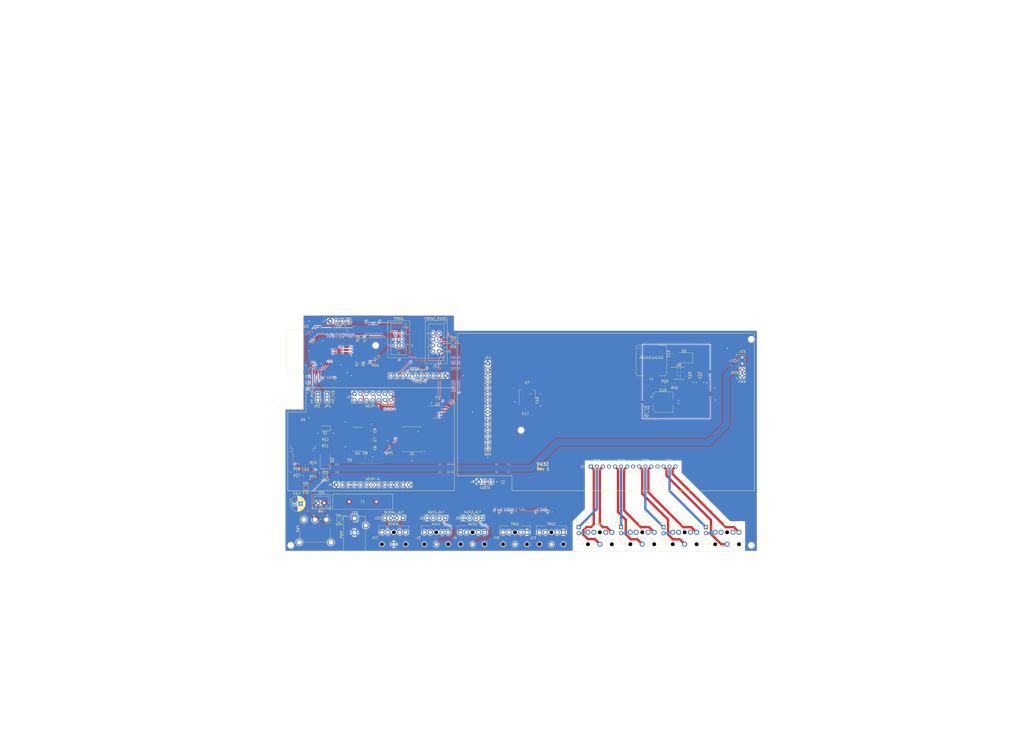
<source format=kicad_pcb>
(kicad_pcb (version 20211014) (generator pcbnew)
  (title_block (title "SW32 - Base Board") (date "2022-12-21") (rev "2") (company "saawsm"))
  (layers (0 "F.Cu" signal) (31 "B.Cu" signal) (34 "B.Paste" user) (35 "F.Paste" user) (36 "B.SilkS" user "B.Silkscreen") (37 "F.SilkS" user "F.Silkscreen") (38 "B.Mask" user) (39 "F.Mask" user) (44 "Edge.Cuts" user))
  (net 0 "")
  (net 1 "Net-(C7-Pad1)")
  (net 2 "Net-(C9-Pad2)")
  (net 3 "Net-(C6-Pad2)")
  (net 4 "Net-(C7-Pad2)")
  (net 5 "GND")
  (net 6 "+3.3V")
  (net 7 "+5V")
  (net 8 "+12V")
  (net 9 "GND1")
  (net 10 "Net-(D3-Pad1)")
  (net 11 "/AUX1R")
  (net 12 "/AUX1RN")
  (net 13 "/AUX1S")
  (net 14 "/AUX1T")
  (net 15 "/AUX1TN")
  (net 16 "/AUX2R")
  (net 17 "/AUX2RN")
  (net 18 "/AUX2S")
  (net 19 "/AUX2T")
  (net 20 "/AUX2TN")
  (net 21 "Net-(C11-Pad1)")
  (net 22 "Net-(J10-PadR)")
  (net 23 "/DRV_SD")
  (net 24 "Net-(F1-Pad1)")
  (net 25 "/DRV_ADC0")
  (net 26 "/DRV_ADC1")
  (net 27 "/DRV_ADC2")
  (net 29 "/PEXP0")
  (net 30 "/PEXP1")
  (net 31 "/PEXP2")
  (net 32 "Net-(J10-PadS)")
  (net 33 "/LCD_RST")
  (net 34 "/LCD_DC")
  (net 35 "/~{CARD_CS}")
  (net 36 "/~{LCD_CS}")
  (net 37 "/MOSI")
  (net 38 "/SCK")
  (net 39 "/MISO")
  (net 40 "/LCD_LITE")
  (net 41 "/SDA")
  (net 42 "/PEXP3")
  (net 43 "/TXD0")
  (net 44 "/SCL")
  (net 45 "/~{FP_INT}")
  (net 46 "/TXD1")
  (net 47 "/SERIAL_TN")
  (net 48 "/SERIAL_RN")
  (net 50 "/RXD1")
  (net 51 "Net-(J11-PadR)")
  (net 53 "Net-(J11-PadS)")
  (net 54 "/RXD0")
  (net 57 "/LED_DATA")
  (net 58 "Net-(J16-Pad1)")
  (net 59 "/232TX0")
  (net 60 "Net-(J16-Pad2)")
  (net 61 "/232TX1")
  (net 62 "/232RX1")
  (net 63 "/232RX0")
  (net 64 "Net-(J16-Pad3)")
  (net 66 "Net-(J16-Pad5)")
  (net 67 "Net-(J16-Pad6)")
  (net 68 "/~{DRV_INT}")
  (net 69 "/~{DRV_CS}")
  (net 70 "/DRV_WS")
  (net 71 "/DRV_SCK")
  (net 72 "/EN")
  (net 73 "Net-(J16-Pad7)")
  (net 75 "Net-(J16-Pad9)")
  (net 76 "Net-(J16-Pad10)")
  (net 77 "Net-(J16-Pad11)")
  (net 79 "/433TX")
  (net 80 "Net-(J16-Pad13)")
  (net 81 "Net-(J16-Pad14)")
  (net 82 "Net-(J16-Pad15)")
  (net 83 "Net-(J18-PadR)")
  (net 86 "/IO0")
  (net 88 "Net-(R13-Pad2)")
  (net 89 "Net-(J19-PadR)")
  (net 92 "Net-(J20-PadR)")
  (net 94 "Net-(R15-Pad1)")
  (net 98 "Net-(J21-PadR)")
  (net 101 "/~{PEXP_INT}")
  (net 102 "/JCK_SEN")
  (net 103 "Net-(JP1-Pad2)")
  (net 104 "Net-(JP2-Pad2)")
  (net 105 "/VBAT")
  (net 115 "Net-(C6-Pad1)")
  (net 116 "Net-(C8-Pad2)")
  (net 117 "Net-(C13-Pad2)")
  (net 118 "Net-(C14-Pad1)")
  (net 119 "Net-(C13-Pad1)")
  (footprint "Resistor_SMD:R_0603_1608Metric" (layer "F.Cu") (at 146.343317 136.747579 -90)
    (fp_text reference "R19")
    (fp_text value "10K")
  )
  (footprint "TestPoint:TestPoint_Pad_D1.5mm" (layer "F.Cu") (at 265.938 167.386 90)
    (fp_text reference "TP2")
    (fp_text value "5V")
  )
  (footprint "SaawLib:STX-3100-5N" (layer "F.Cu") (at 246.38 226.06)
    (fp_text reference "J18")
    (fp_text value "CH1")
  )
  (footprint "Diode_SMD:D_SMB" (layer "F.Cu") (at 131.24 187.83 90)
    (fp_text reference "D3")
    (fp_text value "SSB44-E3")
  )
  (footprint "Capacitor_SMD:C_0603_1608Metric" (layer "F.Cu") (at 178.319147 162.930819)
    (fp_text reference "C4")
    (fp_text value "100nF")
  )
  (footprint "Resistor_SMD:R_0603_1608Metric" (layer "F.Cu") (at 126.16 193.3 180)
    (fp_text reference "R14")
    (fp_text value "1K")
  )
  (footprint "TestPoint:TestPoint_Pad_D1.5mm" (layer "F.Cu") (at 136.931291 212.72)
    (fp_text reference "TP4")
    (fp_text value "12V")
  )
  (footprint "Resistor_SMD:R_0603_1608Metric" (layer "F.Cu") (at 158.75 183.50979 180)
    (fp_text reference "R1")
    (fp_text value "10K")
  )
  (footprint "SaawLib:STX-3100-5N" (layer "F.Cu") (at 264.16 226.06)
    (fp_text reference "J19")
    (fp_text value "CH2")
  )
  (footprint "SaawLib:STX-3100-5N" (layer "F.Cu") (at 281.94 226.06)
    (fp_text reference "J20")
    (fp_text value "CH3")
  )
  (footprint "Package_SO:SOIC-8_3.9x4.9mm_P1.27mm" (layer "F.Cu") (at 178.295 167.64)
    (fp_text reference "U3")
    (fp_text value "CAT24C256")
  )
  (footprint "Connector_PinSocket_2.54mm:PinSocket_1x04_P2.54mm_Vertical" (layer "F.Cu") (at 306.070423 144.78)
    (fp_text reference "J15")
    (fp_text value "PWR")
  )
  (footprint "SaawLib:STX-3100-5N" (layer "F.Cu") (at 226.06 226.06)
    (fp_text reference "J11")
    (fp_text value "TRG2")
  )
  (footprint "Resistor_SMD:R_0603_1608Metric" (layer "F.Cu") (at 149.871919 129.74798 90)
    (fp_text reference "R6")
    (fp_text value "4.7K")
  )
  (footprint "Capacitor_SMD:C_0603_1608Metric" (layer "F.Cu") (at 150.687 182.74 -90)
    (fp_text reference "C6")
    (fp_text value "100nF")
  )
  (footprint "TestPoint:TestPoint_Pad_D1.5mm" (layer "F.Cu") (at 184.786546 138.43 180)
    (fp_text reference "TP5")
    (fp_text value "3V3")
  )
  (footprint "SaawLib:BarrelJack_CUI_PJ-102AH_Horizontal" (layer "F.Cu") (at 143.51 212.19)
    (fp_text reference "J23")
    (fp_text value "PWR")
  )
  (footprint "Capacitor_THT:CP_Radial_D6.3mm_P2.50mm" (layer "F.Cu") (at 118.412208 206.063228)
    (fp_text reference "C14")
    (fp_text value "100uF")
  )
  (footprint "Diode_SMD:D_SMB" (layer "F.Cu") (at 281.677 144.907 180)
    (fp_text reference "D2")
    (fp_text value "SSB44-E3")
  )
  (footprint "Resistor_SMD:R_0603_1608Metric" (layer "F.Cu") (at 131.24484 180.543272)
    (fp_text reference "R11")
    (fp_text value "100K")
  )
  (footprint "Inductor_SMD:L_Bourns_SRR1260" (layer "F.Cu") (at 267.97 146.05 -90)
    (fp_text reference "L1")
    (fp_text value "15uH")
  )
  (footprint "Capacitor_SMD:C_0603_1608Metric" (layer "F.Cu") (at 221.414421 162.698461 90)
    (fp_text reference "C16")
    (fp_text value "10uF")
  )
  (footprint "Capacitor_SMD:C_0603_1608Metric" (layer "F.Cu") (at 276.479 143.256 90)
    (fp_text reference "C13")
    (fp_text value "10nF")
  )
  (footprint "Connector_PinHeader_2.54mm:PinHeader_1x04_P2.54mm_Vertical" (layer "F.Cu") (at 133.36 129.54 90)
    (fp_text reference "J7")
    (fp_text value "I2C")
  )
  (footprint "MountingHole:MountingHole_2.2mm_M2" (layer "F.Cu") (at 116.84 223.52)
    (fp_text reference "H3")
    (fp_text value "MountingHole" hide)
  )
  (footprint "Fuse:Fuse_Littelfuse-LVR200" (layer "F.Cu") (at 141.3 205.215)
    (fp_text reference "F1")
    (fp_text value "2A")
  )
  (footprint "MountingHole:MountingHole_2.2mm_M2" (layer "F.Cu") (at 213.36 175.26)
    (fp_text reference "H4")
    (fp_text value "MountingHole" hide)
  )
  (footprint "Resistor_SMD:R_0603_1608Metric" (layer "F.Cu") (at 119.360366 192.884207)
    (fp_text reference "R18")
    (fp_text value "4.7K")
  )
  (footprint "Connector_JST:JST_XH_B2B-XH-A_1x02_P2.50mm_Vertical" (layer "F.Cu") (at 130.81 205.74 180)
    (fp_text reference "J24")
    (fp_text value "BAT")
  )
  (footprint "Capacitor_SMD:C_0603_1608Metric" (layer "F.Cu") (at 123.851184 156.627321 180)
    (fp_text reference "C2")
    (fp_text value "10uF")
  )
  (footprint "SaawLib:STX-3100-5N" (layer "F.Cu") (at 177.8 226.06)
    (fp_text reference "J2")
    (fp_text value "AUX1")
  )
  (footprint "MountingHole:MountingHole_2.2mm_M2" (layer "F.Cu") (at 152.4 139.7)
    (fp_text reference "H1")
    (fp_text value "MountingHole" hide)
  )
  (footprint "Capacitor_SMD:C_0603_1608Metric" (layer "F.Cu") (at 150.687 179.07 -90)
    (fp_text reference "C7")
    (fp_text value "100nF")
  )
  (footprint "Package_TO_SOT_SMD:SOT-223-3_TabPin2" (layer "F.Cu") (at 215.9 160.320608 90)
    (fp_text reference "U7")
    (fp_text value "NCP1117LP")
  )
  (footprint "Resistor_SMD:R_0603_1608Metric" (layer "F.Cu") (at 126.147 190.319)
    (fp_text reference "R13")
    (fp_text value "10K")
  )
  (footprint "TestPoint:TestPoint_Pad_D1.5mm" (layer "F.Cu") (at 123.19 199.39)
    (fp_text reference "TP1")
    (fp_text value "14V")
  )
  (footprint "Resistor_SMD:R_0603_1608Metric" (layer "F.Cu") (at 277.652 156.083 180)
    (fp_text reference "R16")
    (fp_text value "3.24K")
  )
  (footprint "Resistor_SMD:R_0603_1608Metric" (layer "F.Cu") (at 220.98 209.44075 90)
    (fp_text reference "R5")
    (fp_text value "10K")
  )
  (footprint "Connector_PinSocket_2.54mm:PinSocket_1x13_P2.54mm_Vertical" (layer "F.Cu") (at 135.89 198.12 90)
    (fp_text reference "J6")
    (fp_text value "AEXP-A")
  )
  (footprint "Connector_PinHeader_2.54mm:PinHeader_1x02_P2.54mm_Vertical" (layer "F.Cu") (at 290.83 215.9)
    (fp_text reference "JP6")
    (fp_text value "CT4")
  )
  (footprint "Connector_PinHeader_2.54mm:PinHeader_1x02_P2.54mm_Vertical" (layer "F.Cu") (at 255.27 215.9)
    (fp_text reference "JP4")
    (fp_text value "CT2")
  )
  (footprint "Resistor_SMD:R_0603_1608Metric" (layer "F.Cu") (at 205.74 209.44075 90)
    (fp_text reference "R2")
    (fp_text value "10K")
  )
  (footprint "Resistor_SMD:R_0603_1608Metric" (layer "F.Cu") (at 119.38 195.712784)
    (fp_text reference "R17")
    (fp_text value "27K")
  )
  (footprint "MountingHole:MountingHole_2.2mm_M2" (layer "F.Cu") (at 309.88 137.16)
    (fp_text reference "H2")
    (fp_text value "MountingHole" hide)
  )
  (footprint "Connector_PinSocket_2.54mm:PinSocket_1x15_P2.54mm_Vertical" (layer "F.Cu") (at 199.39 147.32)
    (fp_text reference "J14")
    (fp_text value "DRV")
  )
  (footprint "Package_SO:SOIC-16W_7.5x10.3mm_P1.27mm" (layer "F.Cu") (at 167.64 179.07 180)
    (fp_text reference "U1")
    (fp_text value "PCF8574")
  )
  (footprint "SaawLib:STX-3100-5N" (layer "F.Cu") (at 299.72 226.06)
    (fp_text reference "J21")
    (fp_text value "CH4")
  )
  (footprint "Connector_PinHeader_2.54mm:PinHeader_1x04_P2.54mm_Vertical" (layer "F.Cu") (at 163.82 212.09 -90)
    (fp_text reference "J22")
    (fp_text value "SERIAL_ALT")
  )
  (footprint "Resistor_SMD:R_0603_1608Metric" (layer "F.Cu") (at 152.753602 129.74798 90)
    (fp_text reference "R9")
    (fp_text value "4.7K")
  )
  (footprint "TestPoint:TestPoint_Pad_D1.5mm" (layer "F.Cu") (at 131.24 194.608418)
    (fp_text reference "TP3")
    (fp_text value "VBAT")
  )
  (footprint "Resistor_SMD:R_0603_1608Metric" (layer "F.Cu") (at 210.82 209.44075 90)
    (fp_text reference "R4")
    (fp_text value "10K")
  )
  (footprint "Package_TO_SOT_SMD:TO-263-5_TabPin3" (layer "F.Cu") (at 121.92 179.905 90)
    (fp_text reference "U5")
    (fp_text value "LM2941")
  )
  (footprint "Resistor_SMD:R_0603_1608Metric" (layer "F.Cu") (at 226.06 209.44075 90)
    (fp_text reference "R3")
    (fp_text value "10K")
  )
  (footprint "Resistor_SMD:R_0603_1608Metric" (layer "F.Cu") (at 131.24 177.8 180)
    (fp_text reference "R12")
    (fp_text value "10K")
  )
  (footprint "Capacitor_SMD:C_0603_1608Metric" (layer "F.Cu") (at 141.53 186.43542)
    (fp_text reference "C5")
    (fp_text value "100nF")
  )
  (footprint "Capacitor_SMD:C_0603_1608Metric" (layer "F.Cu") (at 150.687 175.4 -90)
    (fp_text reference "C9")
    (fp_text value "100nF")
  )
  (footprint "Connector_IDC:IDC-Header_2x03_P2.54mm_Vertical" (layer "F.Cu") (at 163.3125 139.705 180)
    (fp_text reference "J9")
    (fp_text value "PROG")
  )
  (footprint "Connector_PinHeader_2.54mm:PinHeader_1x02_P2.54mm_Vertical" (layer "F.Cu") (at 128.27 160.02)
    (fp_text reference locked "JP2")
    (fp_text value "FP_RXD")
  )
  (footprint "Package_SO:TI_SO-PowerPAD-8_ThermalVias" (layer "F.Cu") (at 279.52373 151.384)
    (fp_text reference "U6")
    (fp_text value "TPS5430DDA")
  )
  (footprint "Capacitor_SMD:C_0603_1608Metric" (layer "F.Cu") (at 122.845 190.319 180)
    (fp_text reference "C11")
    (fp_text value "470nF")
  )
  (footprint "Capacitor_SMD:CP_Elec_8x6.9" (layer "F.Cu") (at 272.799642 163.470608)
    (fp_text reference "C15")
    (fp_text value "270uF")
  )
  (footprint "Capacitor_SMD:C_0603_1608Metric" (layer "F.Cu") (at 215.125 166.956608 180)
    (fp_text reference "C17")
    (fp_text value "10uF")
  )
  (footprint "Resistor_SMD:R_0603_1608Metric" (layer "F.Cu") (at 152.154446 146.638184)
    (fp_text reference "R10")
    (fp_text value "10K")
  )
  (footprint "Connector_PinSocket_2.54mm:PinSocket_1x03_P2.54mm_Vertical" (layer "F.Cu") (at 195.595 196.85 90)
    (fp_text reference "J8")
    (fp_text value "433TX")
  )
  (footprint "SaawLib:STX-3100-5N" (layer "F.Cu") (at 160.02 226.06)
    (fp_text reference "J17")
    (fp_text value "SERIAL")
  )
  (footprint "Capacitor_SMD:C_0603_1608Metric" (layer "F.Cu") (at 149.225 136.797579 -90)
    (fp_text reference "C18")
    (fp_text value "100nF")
  )
  (footprint "Capacitor_SMD:C_1210_3225Metric" (layer "F.Cu") (at 286.131 152.224 90)
    (fp_text reference "C10")
    (fp_text value "10uF")
  )
  (footprint "Capacitor_SMD:C_0603_1608Metric" (layer "F.Cu") (at 148.03 186.43542 180)
    (fp_text reference "C8")
    (fp_text value "100nF")
  )
  (footprint "Resistor_SMD:R_0603_1608Metric" (layer "F.Cu") (at 273.621 156.083 180)
    (fp_text reference "R15")
    (fp_text value "10K")
  )
  (footprint "Capacitor_SMD:C_0603_1608Metric" (layer "F.Cu") (at 123.837688 154.085452)
    (fp_text reference "C3")
    (fp_text value "100nF")
  )
  (footprint "Capacitor_SMD:C_1210_3225Metric" (layer "F.Cu") (at 290.539316 152.224 90)
    (fp_text reference "C12")
    (fp_text value "10uF")
  )
  (footprint "Capacitor_SMD:C_0603_1608Metric" (layer "F.Cu") (at 204.47 196.85 90)
    (fp_text reference "C1")
    (fp_text value "100nF")
  )
  (footprint "Connector_PinHeader_2.54mm:PinHeader_1x10_P2.54mm_Vertical" (layer "F.Cu") (at 181.61 152.4 -90)
    (fp_text reference "J13")
    (fp_text value "DISPLAY")
  )
  (footprint "Connector_IDC:IDC-Header_2x04_P2.54mm_Vertical" (layer "F.Cu") (at 179.07 142.24 180)
    (fp_text reference "J12")
    (fp_text value "FRONT_PANEL")
  )
  (footprint "MountingHole:MountingHole_2.2mm_M2" (layer "F.Cu") (at 309.88 223.52)
    (fp_text reference "H5")
    (fp_text value "MountingHole" hide)
  )
  (footprint "NetTie:NetTie-2_SMD_Pad2.0mm" (layer "F.Cu") (at 292.658418 160.02)
    (fp_text reference "NT1")
    (fp_text value "2 mm")
  )
  (footprint "Connector_PinHeader_2.54mm:PinHeader_1x02_P2.54mm_Vertical" (layer "F.Cu") (at 273.05 215.9)
    (fp_text reference "JP5")
    (fp_text value "CT3")
  )
  (footprint "Connector_PinSocket_2.54mm:PinSocket_1x15_P2.54mm_Vertical" (layer "F.Cu") (at 242.57 190.5 90)
    (fp_text reference "J16")
    (fp_text value "CH_IN")
  )
  (footprint "Connector_PinSocket_2.54mm:PinSocket_2x07_P2.54mm_Vertical" (layer "F.Cu") (at 143.51 160.02 90)
    (fp_text reference "J1")
    (fp_text value "AEXP-B")
  )
  (footprint "SaawLib:500SSP1S2M6QEA" (layer "F.Cu") (at 127 222.25 90)
    (fp_text reference "SW1")
    (fp_text value "PWR")
  )
  (footprint "Connector_PinHeader_2.54mm:PinHeader_1x02_P2.54mm_Vertical" (layer "F.Cu") (at 132.08 160.02)
    (fp_text reference "JP1")
    (fp_text value "FP_TXD")
  )
  (footprint "Connector_PinHeader_2.54mm:PinHeader_1x04_P2.54mm_Vertical" (layer "F.Cu") (at 196.84 212.09 -90)
    (fp_text reference "J5")
    (fp_text value "AUX2_ALT")
  )
  (footprint "RF_Module:ESP32-WROOM-32" (layer "F.Cu") (at 130.825 142.24 90)
    (fp_text reference "U2")
    (fp_text value "ESP32-WROOM-32D")
  )
  (footprint "SaawLib:STX-3100-5N" (layer "F.Cu") (at 193.04 226.06)
    (fp_text reference "J4")
    (fp_text value "AUX2")
  )
  (footprint "Resistor_SMD:R_0603_1608Metric" (layer "F.Cu") (at 148.607274 147.459039 -90)
    (fp_text reference "R8")
    (fp_text value "10K")
  )
  (footprint "SaawLib:STX-3100-5N" (layer "F.Cu") (at 210.82 226.06)
    (fp_text reference "J10")
    (fp_text value "TRG1")
  )
  (footprint "Connector_PinHeader_2.54mm:PinHeader_1x02_P2.54mm_Vertical" (layer "F.Cu") (at 237.49 215.9)
    (fp_text reference "JP3")
    (fp_text value "CT1")
  )
  (footprint "Diode_SMD:D_SOD-123F" (layer "F.Cu") (at 131.228256 174.472779 180)
    (fp_text reference "D1")
    (fp_text value "SS24FL")
  )
  (footprint "Package_SO:SOIC-16_3.9x9.9mm_P1.27mm" (layer "F.Cu") (at 144.78 179.07 180)
    (fp_text reference "U4")
    (fp_text value "SP3232")
  )
  (footprint "Connector_PinHeader_2.54mm:PinHeader_1x04_P2.54mm_Vertical" (layer "F.Cu") (at 181.6 212.09 -90)
    (fp_text reference "J3")
    (fp_text value "AUX1_ALT")
  )
  (footprint "Resistor_SMD:R_0603_1608Metric" (layer "F.Cu") (at 145.889697 147.470959 -90)
    (fp_text reference "R7")
    (fp_text value "10K")
  )
  (gr_line locked (start 123.19 167.64) (end 115.57 167.64) (layer "F.SilkS") (width 0.15))
  (gr_line locked (start 248.92 187.96) (end 248.285 187.96) (layer "F.SilkS") (width 0.15))
  (gr_line locked (start 209.55 200.66) (end 209.55 194.31) (layer "F.SilkS") (width 0.15))
  (gr_line locked (start 186.69 194.31) (end 209.55 194.31) (layer "F.SilkS") (width 0.15))
  (gr_line locked (start 259.08 188.595) (end 259.08 187.96) (layer "F.SilkS") (width 0.15))
  (gr_line locked (start 241.24 188.595) (end 241.24 187.96) (layer "F.SilkS") (width 0.15))
  (gr_line locked (start 269.24 187.96) (end 268.605 187.96) (layer "F.SilkS") (width 0.15))
  (gr_line locked (start 186.69 194.31) (end 186.69 134.62) (layer "F.SilkS") (width 0.15))
  (gr_line locked (start 271.78 187.96) (end 272.415 187.96) (layer "F.SilkS") (width 0.15))
  (gr_line locked (start 311.15 200.66) (end 311.15 138.43) (layer "F.SilkS") (width 0.15))
  (gr_line locked (start 271.78 188.595) (end 271.78 187.96) (layer "F.SilkS") (width 0.15))
  (gr_line locked (start 311.15 200.66) (end 209.55 200.66) (layer "F.SilkS") (width 0.15))
  (gr_line locked (start 311.15 134.62) (end 311.15 135.89) (layer "F.SilkS") (width 0.15))
  (gr_line locked (start 185.42 200.66) (end 185.42 157.48) (layer "F.SilkS") (width 0.15))
  (gr_line locked (start 241.24 187.96) (end 241.935 187.96) (layer "F.SilkS") (width 0.15))
  (gr_line locked (start 115.57 167.64) (end 115.57 200.66) (layer "F.SilkS") (width 0.15))
  (gr_line locked (start 248.92 188.595) (end 248.92 187.96) (layer "F.SilkS") (width 0.15))
  (gr_line locked (start 269.24 188.595) (end 269.24 187.96) (layer "F.SilkS") (width 0.15))
  (gr_line locked (start 311.15 134.62) (end 186.69 134.62) (layer "F.SilkS") (width 0.15))
  (gr_line locked (start 279.4 188.595) (end 279.4 187.96) (layer "F.SilkS") (width 0.15))
  (gr_line locked (start 279.4 187.96) (end 278.765 187.96) (layer "F.SilkS") (width 0.15))
  (gr_line locked (start 115.57 200.66) (end 185.42 200.66) (layer "F.SilkS") (width 0.15))
  (gr_line locked (start 304.165 148.59) (end 303.53 148.59) (layer "F.SilkS") (width 0.15))
  (gr_line locked (start 251.46 187.96) (end 251.46 188.595) (layer "F.SilkS") (width 0.15))
  (gr_line locked (start 261.62 188.595) (end 261.62 187.96) (layer "F.SilkS") (width 0.15))
  (gr_line locked (start 304.165 143.51) (end 303.53 143.51) (layer "F.SilkS") (width 0.15))
  (gr_line locked (start 251.46 187.96) (end 252.095 187.96) (layer "F.SilkS") (width 0.15))
  (gr_line locked (start 303.53 143.51) (end 303.53 144.145) (layer "F.SilkS") (width 0.15))
  (gr_line locked (start 303.53 153.67) (end 303.53 153.035) (layer "F.SilkS") (width 0.15))
  (gr_line locked (start 185.42 157.48) (end 123.19 157.48) (layer "F.SilkS") (width 0.15))
  (gr_line locked (start 304.165 153.67) (end 303.53 153.67) (layer "F.SilkS") (width 0.15))
  (gr_line locked (start 261.62 187.96) (end 262.255 187.96) (layer "F.SilkS") (width 0.15))
  (gr_line locked (start 259.08 187.96) (end 258.445 187.96) (layer "F.SilkS") (width 0.15))
  (gr_line locked (start 123.19 157.48) (end 123.19 167.64) (layer "F.SilkS") (width 0.15))
  (gr_line locked (start 185.42 127) (end 185.42 133.35) (layer "Edge.Cuts") (width 0.1))
  (gr_line locked (start 114.3 166.37) (end 121.92 166.37) (layer "Edge.Cuts") (width 0.1))
  (gr_line locked (start 121.92 166.37) (end 121.92 127) (layer "Edge.Cuts") (width 0.1))
  (gr_line locked (start 114.3 226.06) (end 312.42 226.06) (layer "Edge.Cuts") (width 0.1))
  (gr_line locked (start 312.42 226.06) (end 312.42 133.35) (layer "Edge.Cuts") (width 0.1))
  (gr_line locked (start 114.3 166.37) (end 114.3 226.06) (layer "Edge.Cuts") (width 0.1))
  (gr_line locked (start 185.42 127) (end 121.92 127) (layer "Edge.Cuts") (width 0.1))
  (gr_line locked (start 185.42 133.35) (end 312.42 133.35) (layer "Edge.Cuts") (width 0.1))
  (gr_text "SW32 \nRev 1" (at 219.71 190.5) (layer "F.SilkS") (effects (font (size 1.25 1.25) (thickness 0.25)) (justify left)))
  (gr_text "JLCJLCJLCJLC" (at 267.97 144.78) (layer "F.SilkS") (effects (font (size 1 1))))
  (segment locked (start 150.661 178.435) (end 147.255 178.435) (width 0.3) (layer "F.Cu") (net 1))
  (segment locked (start 150.639935 176.175) (end 149.649935 177.165) (width 0.3) (layer "F.Cu") (net 2))
  (segment locked (start 149.649935 177.165) (end 147.255 177.165) (width 0.3) (layer "F.Cu") (net 2))
  (segment locked (start 147.255 183.515) (end 150.433 183.515) (width 0.3) (layer "F.Cu") (net 3))
  (segment locked (start 147.255 179.705) (end 150.433 179.705) (width 0.3) (layer "F.Cu") (net 4))
  (segment locked (start 122.07 190.319) (end 122.07 185.83) (width 0.3) (layer "F.Cu") (net 5))
  (segment locked (start 121.92 176.53) (end 121.92 185.68) (width 1) (layer "F.Cu") (net 5))
  (segment locked (start 121.92 185.68) (end 120.22 185.68) (width 1) (layer "F.Cu") (net 5))
  (via locked (at 124.46 170.18) (size 0.8) (drill 0.4) (layers "F.Cu" "B.Cu") (net 5))
  (via locked (at 120.260121 189.369263) (size 0.8) (drill 0.4) (layers "F.Cu" "B.Cu") (net 5))
  (via locked (at 193.04 167.64) (size 0.8) (drill 0.4) (layers "F.Cu" "B.Cu") (net 5))
  (via locked (at 116.84 192.884207) (size 0.8) (drill 0.4) (layers "F.Cu" "B.Cu") (net 5))
  (via locked (at 294.64 162.56) (size 0.8) (drill 0.4) (layers "F.Cu" "B.Cu") (net 5))
  (via locked (at 123.81979 159.752494) (size 0.8) (drill 0.4) (layers "F.Cu" "B.Cu") (net 5))
  (via locked (at 167.64 187.96) (size 0.8) (drill 0.4) (layers "F.Cu" "B.Cu") (net 5))
  (via locked (at 122.07 194.31) (size 0.8) (drill 0.4) (layers "F.Cu" "B.Cu") (net 5))
  (via locked (at 151.13 186.41092) (size 0.8) (drill 0.4) (layers "F.Cu" "B.Cu") (net 5))
  (via locked (at 124.840318 195.796208) (size 0.8) (drill 0.4) (layers "F.Cu" "B.Cu") (net 5))
  (via locked (at 134.62 176.53) (size 0.8) (drill 0.4) (layers "F.Cu" "B.Cu") (net 5))
  (via locked (at 139.7 182.245) (size 0.8) (drill 0.4) (layers "F.Cu" "B.Cu") (net 5))
  (via locked (at 189.23 152.4) (size 0.8) (drill 0.4) (layers "F.Cu" "B.Cu") (net 5))
  (via locked (at 150.687 172.72) (size 0.8) (drill 0.4) (layers "F.Cu" "B.Cu") (net 5))
  (via locked (at 199.39 186.69) (size 0.8) (drill 0.4) (layers "F.Cu" "B.Cu") (net 5))
  (via locked (at 128.27 176.53) (size 0.8) (drill 0.4) (layers "F.Cu" "B.Cu") (net 5))
  (via locked (at 124.46 129.54) (size 0.8) (drill 0.4) (layers "F.Cu" "B.Cu") (net 5))
  (via locked (at 299.72 140.97) (size 0.8) (drill 0.4) (layers "F.Cu" "B.Cu") (net 5))
  (via locked (at 162.019538 142.96046) (size 0.8) (drill 0.4) (layers "F.Cu" "B.Cu") (net 5))
  (via locked (at 221.414421 160.02) (size 0.8) (drill 0.4) (layers "F.Cu" "B.Cu") (net 5))
  (via locked (at 142.24 144.145) (size 0.8) (drill 0.4) (layers "F.Cu" "B.Cu") (net 5))
  (via locked (at 139.7 171.842071) (size 0.8) (drill 0.4) (layers "F.Cu" "B.Cu") (net 5))
  (via locked (at 210.82 163.470608) (size 0.8) (drill 0.4) (layers "F.Cu" "B.Cu") (net 5))
  (via locked (at 129.54 147.32) (size 0.8) (drill 0.4) (layers "F.Cu" "B.Cu") (net 5))
  (via locked (at 175.82 163.83) (size 0.8) (drill 0.4) (layers "F.Cu" "B.Cu") (net 5))
  (via locked (at 130.175 137.795) (size 0.8) (drill 0.4) (layers "F.Cu" "B.Cu") (net 5))
  (via locked (at 181.983706 142.270506) (size 0.8) (drill 0.4) (layers "F.Cu" "B.Cu") (net 5))
  (via locked (at 221.414421 165.1) (size 0.8) (drill 0.4) (layers "F.Cu" "B.Cu") (net 5))
  (via locked (at 116.84 184.15) (size 0.8) (drill 0.4) (layers "F.Cu" "B.Cu") (net 5))
  (via locked (at 124.395979 141.930314) (size 0.8) (drill 0.4) (layers "F.Cu" "B.Cu") (net 5))
  (via locked (at 173.99 134.62) (size 0.8) (drill 0.4) (layers "F.Cu" "B.Cu") (net 5))
  (via locked (at 142.24 152.4) (size 0.8) (drill 0.4) (layers "F.Cu" "B.Cu") (net 5))
  (via locked (at 181.61 130.341515) (size 0.8) (drill 0.4) (layers "F.Cu" "B.Cu") (net 5))
  (via locked (at 123.211841 148.152773) (size 0.8) (drill 0.4) (layers "F.Cu" "B.Cu") (net 5))
  (via locked (at 170.18 175.895) (size 0.8) (drill 0.4) (layers "F.Cu" "B.Cu") (net 5))
  (via locked (at 157.48 179.705) (size 0.8) (drill 0.4) (layers "F.Cu" "B.Cu") (net 5))
  (via locked (at 137.795 147.955) (size 0.8) (drill 0.4) (layers "F.Cu" "B.Cu") (net 5))
  (via locked (at 262.597323 140.898155) (size 0.8) (drill 0.4) (layers "F.Cu" "B.Cu") (net 5))
  (via locked (at 203.2 196.85) (size 0.8) (drill 0.4) (layers "F.Cu" "B.Cu") (net 5))
  (via locked (at 217.17 160.02) (size 0.8) (drill 0.4) (layers "F.Cu" "B.Cu") (net 5))
  (via locked (at 294.64 157.48) (size 0.8) (drill 0.4) (layers "F.Cu" "B.Cu") (net 5))
  (segment locked (start 161.29 212.09) (end 158.75 212.09) (width 0.3) (layer "B.Cu") (net 5))
  (segment locked (start 146.343317 135.922579) (end 147.517455 135.922579) (width 0.3) (layer "F.Cu") (net 6))
  (segment locked (start 124.63747 157.44099) (end 124.004739 158.073721) (width 0.5) (layer "F.Cu") (net 6))
  (segment locked (start 179.369265 193.743729) (end 192.070267 206.444731) (width 0.5) (layer "F.Cu") (net 6))
  (segment locked (start 179.641769 165.735) (end 179.07 165.163231) (width 0.5) (layer "F.Cu") (net 6))
  (segment locked (start 123.825 153.241791) (end 123.825 150.74) (width 0.5) (layer "F.Cu") (net 6))
  (segment locked (start 151.411287 188.871901) (end 144.686602 188.871901) (width 0.5) (layer "F.Cu") (net 6))
  (segment locked (start 172.29 183.515) (end 173.227459 183.515) (width 0.5) (layer "F.Cu") (net 6))
  (segment locked (start 205.74 208.61575) (end 208.28 208.61575) (width 0.3) (layer "F.Cu") (net 6))
  (segment locked (start 215.9 152.4) (end 215.9 157.170608) (width 0.5) (layer "F.Cu") (net 6))
  (segment locked (start 148.314479 135.125555) (end 154.673496 135.125555) (width 0.3) (layer "F.Cu") (net 6))
  (segment locked (start 145.889697 146.645959) (end 148.595354 146.645959) (width 0.3) (layer "F.Cu") (net 6))
  (segment locked (start 147.32 163.404698) (end 153.840722 169.92542) (width 0.4) (layer "F.Cu") (net 6))
  (segment locked (start 154.673496 135.125555) (end 159.252941 139.705) (width 0.3) (layer "F.Cu") (net 6))
  (segment locked (start 180.34 162.935168) (end 180.335651 162.930819) (width 0.5) (layer "F.Cu") (net 6))
  (segment locked (start 201.93 138.43) (end 215.9 152.4) (width 0.5) (layer "F.Cu") (net 6))
  (segment locked (start 159.58021 183.515) (end 159.575 183.50979) (width 0.5) (layer "F.Cu") (net 6))
  (segment locked (start 179.094147 162.930819) (end 179.07 162.954966) (width 0.5) (layer "F.Cu") (net 6))
  (segment locked (start 151.329446 146.638184) (end 149.955354 146.638184) (width 0.3) (layer "F.Cu") (net 6))
  (segment locked (start 154.212889 188.871901) (end 159.575 183.50979) (width 0.5) (layer "F.Cu") (net 6))
  (segment locked (start 180.34 138.43) (end 182.88 138.43) (width 0.5) (layer "F.Cu") (net 6))
  (segment locked (start 180.335651 162.930819) (end 179.07984 162.930819) (width 0.5) (layer "F.Cu") (net 6))
  (segment locked (start 180.77 165.735) (end 179.641769 165.735) (width 0.5) (layer "F.Cu") (net 6))
  (segment locked (start 146.05 160.02) (end 147.32 161.29) (width 0.4) (layer "F.Cu") (net 6))
  (segment locked (start 168.929435 183.515) (end 162.99 183.515) (width 0.5) (layer "F.Cu") (net 6))
  (segment locked (start 226.06 208.61575) (end 223.52 208.61575) (width 0.3) (layer "F.Cu") (net 6))
  (segment locked (start 215.9 156.87) (end 215.9 166.956608) (width 1) (layer "F.Cu") (net 6))
  (segment locked (start 170.647482 172.96817) (end 168.91 174.705652) (width 0.5) (layer "F.Cu") (net 6))
  (segment locked (start 179.07 139.7) (end 180.34 138.43) (width 0.5) (layer "F.Cu") (net 6))
  (segment locked (start 124.6 156.605948) (end 124.6 154.016791) (width 0.5) (layer "F.Cu") (net 6))
  (segment locked (start 153.840722 169.92542) (end 153.840722 177.679572) (width 0.4) (layer "F.Cu") (net 6))
  (segment locked (start 148.607274 146.634039) (end 149.951209 146.634039) (width 0.3) (layer "F.Cu") (net 6))
  (segment locked (start 173.600664 183.515) (end 174.347576 183.515) (width 0.5) (layer "F.Cu") (net 6))
  (segment locked (start 183.539545 166.840991) (end 183.539545 170.790455) (width 0.5) (layer "F.Cu") (net 6))
  (segment locked (start 179.07 165.163231) (end 179.07 164.305163) (width 0.5) (layer "F.Cu") (net 6))
  (segment locked (start 174.347576 183.515) (end 179.369265 188.536689) (width 0.5) (layer "F.Cu") (net 6))
  (segment locked (start 159.252941 139.705) (end 160.7725 139.705) (width 0.3) (layer "F.Cu") (net 6))
  (segment locked (start 159.575 183.41385) (end 159.575 183.50979) (width 0.4) (layer "F.Cu") (net 6))
  (segment locked (start 181.36183 172.96817) (end 170.647482 172.96817) (width 0.5) (layer "F.Cu") (net 6))
  (segment locked (start 144.686602 188.871901) (end 142.305 186.490299) (width 0.5) (layer "F.Cu") (net 6))
  (segment locked (start 182.433554 165.735) (end 183.539545 166.840991) (width 0.5) (layer "F.Cu") (net 6))
  (segment locked (start 173.227459 183.515) (end 173.600664 183.515) (width 0.5) (layer "F.Cu") (net 6))
  (segment locked (start 184.786546 138.43) (end 201.93 138.43) (width 0.5) (layer "F.Cu") (net 6))
  (segment locked (start 168.91 174.705652) (end 168.91 183.495565) (width 0.5) (layer "F.Cu") (net 6))
  (segment locked (start 183.539545 170.790455) (end 181.36183 172.96817) (width 0.5) (layer "F.Cu") (net 6))
  (segment locked (start 147.517455 135.922579) (end 148.314479 135.125555) (width 0.3) (layer "F.Cu") (net 6))
  (segment locked (start 192.070267 206.444731) (end 196.530395 206.444731) (width 0.5) (layer "F.Cu") (net 6))
  (segment locked (start 168.91 183.495565) (end 168.929435 183.515) (width 0.5) (layer "F.Cu") (net 6))
  (segment locked (start 196.530395 206.444731) (end 200.067942 206.444731) (width 0.5) (layer "F.Cu") (net 6))
  (segment locked (start 210.82 208.61575) (end 208.28 208.61575) (width 0.3) (layer "F.Cu") (net 6))
  (segment locked (start 153.840722 177.679572) (end 159.575 183.41385) (width 0.4) (layer "F.Cu") (net 6))
  (segment locked (start 172.29 183.515) (end 168.929435 183.515) (width 0.5) (layer "F.Cu") (net 6))
  (segment locked (start 220.98 208.61575) (end 223.52 208.61575) (width 0.3) (layer "F.Cu") (net 6))
  (segment locked (start 152.753602 130.57298) (end 151.394112 130.57298) (width 0.3) (layer "F.Cu") (net 6))
  (segment locked (start 147.32 161.29) (end 147.32 163.404698) (width 0.4) (layer "F.Cu") (net 6))
  (segment locked (start 184.768868 138.43) (end 182.88 138.43) (width 0.5) (layer "F.Cu") (net 6))
  (segment locked (start 124.6 154.016791) (end 123.825 153.241791) (width 0.5) (layer "F.Cu") (net 6))
  (segment locked (start 179.07 162.954966) (end 179.07 164.284325) (width 0.5) (layer "F.Cu") (net 6))
  (segment locked (start 142.305 186.43542) (end 142.305 183.515) (width 0.5) (layer "F.Cu") (net 6))
  (segment locked (start 162.99 183.515) (end 159.58021 183.515) (width 0.5) (layer "F.Cu") (net 6))
  (segment locked (start 124.63747 156.643418) (end 124.63747 157.44099) (width 0.5) (layer "F.Cu") (net 6))
  (segment locked (start 151.411287 188.871901) (end 154.212889 188.871901) (width 0.5) (layer "F.Cu") (net 6))
  (segment locked (start 179.369265 188.536689) (end 179.369265 193.743729) (width 0.5) (layer "F.Cu") (net 6))
  (segment locked (start 200.067942 206.444731) (end 202.238961 208.61575) (width 0.5) (layer "F.Cu") (net 6))
  (segment locked (start 180.77 165.735) (end 182.433554 165.735) (width 0.5) (layer "F.Cu") (net 6))
  (segment locked (start 149.871919 130.57298) (end 151.339928 130.57298) (width 0.3) (layer "F.Cu") (net 6))
  (via locked (at 180.34 162.935168) (size 0.8) (drill 0.4) (layers "F.Cu" "B.Cu") (net 6))
  (via locked (at 208.28 208.61575) (size 0.8) (drill 0.4) (layers "F.Cu" "B.Cu") (net 6))
  (via locked (at 124.004739 158.073721) (size 0.8) (drill 0.4) (layers "F.Cu" "B.Cu") (net 6))
  (via locked (at 149.955354 146.638184) (size 0.8) (drill 0.4) (layers "F.Cu" "B.Cu") (net 6))
  (via locked (at 151.36702 130.57298) (size 0.8) (drill 0.4) (layers "F.Cu" "B.Cu") (net 6))
  (via locked (at 223.52 208.61575) (size 0.8) (drill 0.4) (layers "F.Cu" "B.Cu") (net 6))
  (via locked (at 202.238961 208.61575) (size 0.8) (drill 0.4) (layers "F.Cu" "B.Cu") (net 6))
  (segment locked (start 169.145746 145.665874) (end 179.14845 145.665874) (width 0.5) (layer "B.Cu") (net 6))
  (segment locked (start 151.157469 146.638184) (end 149.955354 146.638184) (width 0.3) (layer "B.Cu") (net 6))
  (segment locked (start 179.07 161.665168) (end 180.34 162.935168) (width 0.5) (layer "B.Cu") (net 6))
  (segment locked (start 179.14845 145.665874) (end 180.663613 144.150711) (width 0.5) (layer "B.Cu") (net 6))
  (segment locked (start 179.07 152.4) (end 179.07 161.665168) (width 0.5) (layer "B.Cu") (net 6))
  (segment locked (start 160.7725 139.705) (end 158.090653 139.705) (width 0.3) (layer "B.Cu") (net 6))
  (segment locked (start 180.663613 144.150711) (end 180.663613 141.293613) (width 0.5) (layer "B.Cu") (net 6))
  (segment locked (start 166.268108 133.635241) (end 166.268108 142.788236) (width 0.5) (layer "B.Cu") (net 6))
  (segment locked (start 158.090653 139.705) (end 151.157469 146.638184) (width 0.3) (layer "B.Cu") (net 6))
  (segment locked (start 124.577622 147.437622) (end 124.577622 157.500838) (width 0.5) (layer "B.Cu") (net 6))
  (segment locked (start 143.74702 130.57298) (end 163.205847 130.57298) (width 0.5) (layer "B.Cu") (net 6))
  (segment locked (start 208.28 208.61575) (end 223.52 208.61575) (width 0.3) (layer "B.Cu") (net 6))
  (segment locked (start 142.474744 131.845256) (end 143.74702 130.57298) (width 0.5) (layer "B.Cu") (net 6))
  (segment locked (start 163.205847 130.57298) (end 164.478123 131.845256) (width 0.5) (layer "B.Cu") (net 6))
  (segment locked (start 123.308029 135.790004) (end 123.308029 146.167215) (width 0.5) (layer "B.Cu") (net 6))
  (segment locked (start 164.478123 131.845256) (end 166.268108 133.635241) (width 0.5) (layer "B.Cu") (net 6))
  (segment locked (start 208.232595 208.61575) (end 202.238961 208.61575) (width 0.3) (layer "B.Cu") (net 6))
  (segment locked (start 124.577622 157.500838) (end 124.004739 158.073721) (width 0.5) (layer "B.Cu") (net 6))
  (segment locked (start 179.07 152.4) (end 179.07 145.680302) (width 0.5) (layer "B.Cu") (net 6))
  (segment (start 123.307622 146.167622) (end 124.577622 147.437622) (width 0.5) (layer "B.Cu") (net 6))
  (segment locked (start 180.663613 141.293613) (end 179.07 139.7) (width 0.5) (layer "B.Cu") (net 6))
  (segment locked (start 127.252777 131.845256) (end 142.474744 131.845256) (width 0.5) (layer "B.Cu") (net 6))
  (segment locked (start 166.268108 142.788236) (end 169.145746 145.665874) (width 0.5) (layer "B.Cu") (net 6))
  (segment locked (start 163.855736 142.788236) (end 166.268108 142.788236) (width 0.5) (layer "B.Cu") (net 6))
  (segment locked (start 123.308029 146.167215) (end 123.307622 146.167622) (width 0.5) (layer "B.Cu") (net 6))
  (segment locked (start 123.308029 135.790004) (end 127.252777 131.845256) (width 0.5) (layer "B.Cu") (net 6))
  (segment locked (start 135.9 129.54) (end 135.9 131.600512) (width 0.5) (layer "B.Cu") (net 6))
  (segment locked (start 160.7725 139.705) (end 163.855736 142.788236) (width 0.5) (layer "B.Cu") (net 6))
  (segment locked (start 208.114361 193.971085) (end 208.114361 188.291599) (width 0.6) (layer "F.Cu") (net 7))
  (segment locked (start 181.135752 135.094248) (end 205.017185 135.094248) (width 1) (layer "F.Cu") (net 7))
  (segment locked (start 201.93 149.86) (end 199.39 149.86) (width 0.6) (layer "F.Cu") (net 7))
  (segment locked (start 272.261993 167.763821) (end 271.617041 167.763821) (width 0.3) (layer "F.Cu") (net 7))
  (segment locked (start 186.579514 158.686818) (end 187.250644 159.357948) (width 0.4) (layer "F.Cu") (net 7))
  (segment locked (start 149.923182 158.686818) (end 186.579514 158.686818) (width 0.4) (layer "F.Cu") (net 7))
  (segment locked (start 218.2 163.470608) (end 218.2 169.15) (width 0.6) (layer "F.Cu") (net 7))
  (segment locked (start 205.017185 135.094248) (end 220.079898 150.156961) (width 1) (layer "F.Cu") (net 7))
  (segment locked (start 218.2 169.15) (end 217.17 170.18) (width 0.6) (layer "F.Cu") (net 7))
  (segment locked (start 198.135 196.85) (end 199.768286 198.483286) (width 0.6) (layer "F.Cu") (net 7))
  (segment locked (start 218.2 161.217008) (end 218.2 163.470608) (width 1) (layer "F.Cu") (net 7))
  (segment locked (start 220.079898 159.33711) (end 218.2 161.217008) (width 1) (layer "F.Cu") (net 7))
  (segment locked (start 212.09 170.18) (end 207.01 165.1) (width 0.6) (layer "F.Cu") (net 7))
  (segment locked (start 208.114361 188.291599) (end 217.17 179.23596) (width 0.6) (layer "F.Cu") (net 7))
  (segment locked (start 272.796 156.083) (end 272.796 167.229814) (width 0.3) (layer "F.Cu") (net 7))
  (segment locked (start 217.17 170.18) (end 212.09 170.18) (width 0.6) (layer "F.Cu") (net 7))
  (segment locked (start 220.079898 150.156961) (end 220.079898 159.33711) (width 1) (layer "F.Cu") (net 7))
  (segment locked (start 204.47 197.615446) (end 208.114361 193.971085) (width 0.6) (layer "F.Cu") (net 7))
  (segment locked (start 207.01 165.1) (end 207.01 154.94) (width 0.6) (layer "F.Cu") (net 7))
  (segment locked (start 217.17 179.23596) (end 217.17 170.18) (width 0.6) (layer "F.Cu") (net 7))
  (segment locked (start 179.07 137.16) (end 181.135752 135.094248) (width 1) (layer "F.Cu") (net 7))
  (segment locked (start 207.01 154.94) (end 201.93 149.86) (width 0.6) (layer "F.Cu") (net 7))
  (segment locked (start 218.2 163.470608) (end 269.324642 163.470608) (width 1) (layer "F.Cu") (net 7))
  (segment locked (start 148.59 160.02) (end 149.923182 158.686818) (width 0.4) (layer "F.Cu") (net 7))
  (segment locked (start 272.796 167.229814) (end 272.261993 167.763821) (width 0.3) (layer "F.Cu") (net 7))
  (segment locked (start 199.768286 198.483286) (end 203.59174 198.483286) (width 0.6) (layer "F.Cu") (net 7))
  (segment locked (start 203.59174 198.483286) (end 204.450026 197.625) (width 0.6) (layer "F.Cu") (net 7))
  (via locked (at 187.250644 159.357948) (size 0.8) (drill 0.4) (layers "F.Cu" "B.Cu") (net 7))
  (via locked (at 182.836673 135.081583) (size 0.8) (drill 0.4) (layers "F.Cu" "B.Cu") (net 7))
  (segment locked (start 187.250644 159.357948) (end 187.244848 159.352152) (width 0.4) (layer "B.Cu") (net 7))
  (segment locked (start 187.244848 139.489602) (end 182.836829 135.081583) (width 0.4) (layer "B.Cu") (net 7))
  (segment locked (start 187.244848 159.352152) (end 187.244848 139.489602) (width 0.4) (layer "B.Cu") (net 7))
  (segment locked (start 290.539316 150.749) (end 295.237231 150.749) (width 1.15) (layer "F.Cu") (net 8))
  (segment locked (start 121.526498 218.12) (end 138.973502 218.12) (width 0.3) (layer "F.Cu") (net 8))
  (segment locked (start 120.205 195.79011) (end 114.783714 201.211396) (width 0.3) (layer "F.Cu") (net 8))
  (segment locked (start 145.131864 214.336912) (end 145.53733 213.931446) (width 0.3) (layer "F.Cu") (net 8))
  (segment locked (start 295.237231 150.749) (end 298.666231 147.32) (width 1.15) (layer "F.Cu") (net 8))
  (segment locked (start 139.178038 210.473253) (end 136.931291 212.72) (width 0.3) (layer "F.Cu") (net 8))
  (segment locked (start 286.131 150.749) (end 290.539316 150.749) (width 1.15) (layer "F.Cu") (net 8))
  (segment locked (start 286.131 150.749) (end 282.227 150.749) (width 0.8) (layer "F.Cu") (net 8))
  (segment locked (start 138.973502 218.12) (end 142.75659 214.336912) (width 0.3) (layer "F.Cu") (net 8))
  (segment locked (start 131.7 212.72) (end 136.931291 212.72) (width 0.3) (layer "F.Cu") (net 8))
  (segment locked (start 142.75659 214.336912) (end 145.131864 214.336912) (width 0.3) (layer "F.Cu") (net 8))
  (segment locked (start 114.783714 211.377216) (end 114.91296 211.506462) (width 0.3) (layer "F.Cu") (net 8))
  (segment locked (start 114.91296 211.506462) (end 121.526498 218.12) (width 0.3) (layer "F.Cu") (net 8))
  (segment locked (start 298.666231 147.32) (end 306.070423 147.32) (width 1.15) (layer "F.Cu") (net 8))
  (segment locked (start 145.53733 213.931446) (end 145.53733 210.948542) (width 0.3) (layer "F.Cu") (net 8))
  (segment locked (start 114.783714 201.211396) (end 114.783714 211.377216) (width 0.3) (layer "F.Cu") (net 8))
  (segment locked (start 145.53733 210.948542) (end 145.062041 210.473253) (width 0.3) (layer "F.Cu") (net 8))
  (segment locked (start 145.062041 210.473253) (end 139.178038 210.473253) (width 0.3) (layer "F.Cu") (net 8))
  (segment locked (start 292.1 180.34) (end 299.322999 173.117001) (width 3) (layer "B.Cu") (net 8))
  (segment locked (start 228.6 180.34) (end 292.1 180.34) (width 3) (layer "B.Cu") (net 8))
  (segment locked (start 299.322999 173.117001) (end 299.322999 152.502169) (width 3) (layer "B.Cu") (net 8))
  (segment locked (start 126.3904 209.4484) (end 124.46 207.518) (width 3) (layer "B.Cu") (net 8))
  (segment locked (start 299.322999 152.502169) (end 306.070423 145.754745) (width 3) (layer "B.Cu") (net 8))
  (segment locked (start 306.070423 145.754745) (end 306.070423 144.78) (width 3) (layer "B.Cu") (net 8))
  (segment locked (start 306.070423 144.78) (end 306.070423 147.3105) (width 3) (layer "B.Cu") (net 8))
  (segment locked (start 217.753733 191.186267) (end 228.6 180.34) (width 3) (layer "B.Cu") (net 8))
  (segment locked (start 133.345626 191.186267) (end 217.753733 191.186267) (width 3) (layer "B.Cu") (net 8))
  (segment locked (start 131.533755 212.72) (end 128.262155 209.4484) (width 3) (layer "B.Cu") (net 8))
  (segment locked (start 131.7 212.72) (end 131.533755 212.72) (width 3) (layer "B.Cu") (net 8))
  (segment locked (start 124.46 207.518) (end 124.46 200.071893) (width 3) (layer "B.Cu") (net 8))
  (segment locked (start 128.262155 209.4484) (end 126.3904 209.4484) (width 3) (layer "B.Cu") (net 8))
  (segment locked (start 124.46 200.071893) (end 133.345626 191.186267) (width 3) (layer "B.Cu") (net 8))
  (segment locked (start 282.227 152.019) (end 280.192 152.019) (width 0.6) (layer "F.Cu") (net 9))
  (via locked (at 279.4 162.814) (size 0.8) (drill 0.4) (layers "F.Cu" "B.Cu") (net 9))
  (via locked (at 291.211 155.321) (size 0.8) (drill 0.4) (layers "F.Cu" "B.Cu") (net 9))
  (via locked (at 285.496 155.321) (size 0.8) (drill 0.4) (layers "F.Cu" "B.Cu") (net 9))
  (via locked (at 289.941 155.321) (size 0.8) (drill 0.4) (layers "F.Cu" "B.Cu") (net 9))
  (via locked (at 279.4 164.084) (size 0.8) (drill 0.4) (layers "F.Cu" "B.Cu") (net 9))
  (via locked (at 286.766 155.321) (size 0.8) (drill 0.4) (layers "F.Cu" "B.Cu") (net 9))
  (segment locked (start 135.738279 208.118398) (end 134.456507 209.40017) (width 2.6) (layer "F.Cu") (net 10))
  (segment locked (start 124.46 208.91) (end 124.46 210.18) (width 1) (layer "F.Cu") (net 10))
  (segment locked (start 124.46 210.18) (end 127 212.72) (width 1) (layer "F.Cu") (net 10))
  (segment locked (start 131.306214 194.608418) (end 124.46 201.454632) (width 1) (layer "F.Cu") (net 10))
  (segment locked (start 124.46 201.454632) (end 124.46 208.91) (width 1) (layer "F.Cu") (net 10))
  (segment locked (start 152.7 205.227213) (end 149.808815 208.118398) (width 2.6) (layer "F.Cu") (net 10))
  (segment locked (start 130.31983 209.40017) (end 127 212.72) (width 2.6) (layer "F.Cu") (net 10))
  (segment locked (start 134.456507 209.40017) (end 130.31983 209.40017) (width 2.6) (layer "F.Cu") (net 10))
  (segment locked (start 131.24 189.98) (end 131.24 194.608418) (width 1) (layer "F.Cu") (net 10))
  (segment locked (start 149.808815 208.118398) (end 135.738279 208.118398) (width 2.6) (layer "F.Cu") (net 10))
  (segment locked (start 155.339284 200.922091) (end 150.543563 200.922091) (width 0.3) (layer "F.Cu") (net 11))
  (segment locked (start 159.921908 205.504715) (end 155.339284 200.922091) (width 0.3) (layer "F.Cu") (net 11))
  (segment locked (start 150.543563 200.922091) (end 149.330106 199.708634) (width 0.3) (layer "F.Cu") (net 11))
  (segment locked (start 171.82718 207.915789) (end 169.416106 205.504715) (width 0.3) (layer "F.Cu") (net 11))
  (segment locked (start 171.827181 217.087181) (end 171.82718 207.915789) (width 0.3) (layer "F.Cu") (net 11))
  (segment locked (start 169.416106 205.504715) (end 159.921908 205.504715) (width 0.3) (layer "F.Cu") (net 11))
  (segment locked (start 145.098634 199.708634) (end 143.51 198.12) (width 0.3) (layer "F.Cu") (net 11))
  (segment locked (start 172.8 218.06) (end 171.827181 217.087181) (width 0.3) (layer "F.Cu") (net 11))
  (segment locked (start 149.330106 199.708634) (end 145.098634 199.708634) (width 0.3) (layer "F.Cu") (net 11))
  (segment locked (start 175.26 213.37) (end 173.98 212.09) (width 0.3) (layer "F.Cu") (net 12))
  (segment locked (start 175.26 218.06) (end 175.26 213.37) (width 0.3) (layer "F.Cu") (net 12))
  (segment locked (start 143.158135 200.308135) (end 149.081785 200.308135) (width 0.3) (layer "F.Cu") (net 13))
  (segment locked (start 171.22768 208.164111) (end 171.22768 218.790361) (width 0.3) (layer "F.Cu") (net 13))
  (segment locked (start 171.22768 218.790361) (end 175.497319 223.06) (width 0.3) (layer "F.Cu") (net 13))
  (segment locked (start 140.97 198.12) (end 143.158135 200.308135) (width 0.3) (layer "F.Cu") (net 13))
  (segment locked (start 149.081785 200.308135) (end 150.295741 201.522091) (width 0.3) (layer "F.Cu") (net 13))
  (segment locked (start 140.97 198.12) (end 138.43 198.12) (width 0.3) (layer "F.Cu") (net 13))
  (segment locked (start 169.167785 206.104216) (end 171.22768 208.164111) (width 0.3) (layer "F.Cu") (net 13))
  (segment locked (start 150.295741 201.522091) (end 155.090465 201.52209) (width 0.3) (layer "F.Cu") (net 13))
  (segment locked (start 159.673587 206.104216) (end 169.167785 206.104216) (width 0.3) (layer "F.Cu") (net 13))
  (segment locked (start 175.497319 223.06) (end 177.8 223.06) (width 0.3) (layer "F.Cu") (net 13))
  (segment locked (start 155.090465 201.52209) (end 155.090963 201.521592) (width 0.3) (layer "F.Cu") (net 13))
  (segment locked (start 155.090963 201.521592) (end 159.673587 206.104216) (width 0.3) (layer "F.Cu") (net 13))
  (segment locked (start 177.8 223.041596) (end 180.085921 220.755675) (width 0.3) (layer "B.Cu") (net 13))
  (segment locked (start 183.713776 220.755675) (end 185.122237 219.347214) (width 0.3) (layer "B.Cu") (net 13))
  (segment locked (start 182.026305 215.056305) (end 179.06 212.09) (width 0.3) (layer "B.Cu") (net 13))
  (segment locked (start 177.8 223.06) (end 177.8 223.041596) (width 0.3) (layer "B.Cu") (net 13))
  (segment locked (start 183.306305 215.056305) (end 182.026305 215.056305) (width 0.3) (layer "B.Cu") (net 13))
  (segment locked (start 180.085921 220.755675) (end 183.713776 220.755675) (width 0.3) (layer "B.Cu") (net 13))
  (segment locked (start 185.122237 216.872237) (end 183.306305 215.056305) (width 0.3) (layer "B.Cu") (net 13))
  (segment locked (start 185.122237 219.347214) (end 185.122237 216.872237) (width 0.3) (layer "B.Cu") (net 13))
  (segment locked (start 179.06 212.09) (end 176.52 212.09) (width 0.3) (layer "B.Cu") (net 13))
  (segment locked (start 150.79259 200.32259) (end 155.587606 200.322591) (width 0.3) (layer "F.Cu") (net 14))
  (segment locked (start 146.05 198.12) (end 148.59 198.12) (width 0.3) (layer "F.Cu") (net 14))
  (segment locked (start 173.417837 208.641783) (end 182.869079 208.641783) (width 0.3) (layer "F.Cu") (net 14))
  (segment locked (start 160.170229 204.905214) (end 169.681268 204.905214) (width 0.3) (layer "F.Cu") (net 14))
  (segment locked (start 155.587606 200.322591) (end 160.170229 204.905214) (width 0.3) (layer "F.Cu") (net 14))
  (segment locked (start 148.59 198.12) (end 150.79259 200.32259) (width 0.3) (layer "F.Cu") (net 14))
  (segment locked (start 184.07 216.79) (end 182.8 218.06) (width 0.3) (layer "F.Cu") (net 14))
  (segment locked (start 184.07 209.842704) (end 184.07 216.79) (width 0.3) (layer "F.Cu") (net 14))
  (segment locked (start 169.681268 204.905214) (end 173.417837 208.641783) (width 0.3) (layer "F.Cu") (net 14))
  (segment locked (start 182.869079 208.641783) (end 184.07 209.842704) (width 0.3) (layer "F.Cu") (net 14))
  (segment locked (start 180.26 218.06) (end 180.26 213.43) (width 0.3) (layer "F.Cu") (net 15))
  (segment locked (start 180.26 213.43) (end 181.6 212.09) (width 0.3) (layer "F.Cu") (net 15))
  (segment locked (start 188.006444 218.026444) (end 187.926736 217.946736) (width 0.3) (layer "F.Cu") (net 16))
  (segment locked (start 164.523277 199.708634) (end 160.338634 199.708634) (width 0.3) (layer "F.Cu") (net 16))
  (segment locked (start 160.338634 199.708634) (end 158.75 198.12) (width 0.3) (layer "F.Cu") (net 16))
  (segment locked (start 187.926736 217.946736) (end 187.106855 217.126855) (width 0.3) (layer "F.Cu") (net 16))
  (segment locked (start 167.200096 202.385453) (end 164.523277 199.708634) (width 0.3) (layer "F.Cu") (net 16))
  (segment locked (start 187.106855 217.126855) (end 187.106854 208.52034) (width 0.3) (layer "F.Cu") (net 16))
  (segment locked (start 180.971967 202.385453) (end 167.200096 202.385453) (width 0.3) (layer "F.Cu") (net 16))
  (segment locked (start 187.106854 208.52034) (end 180.971967 202.385453) (width 0.3) (layer "F.Cu") (net 16))
  (segment locked (start 188.04 218.06) (end 188.006444 218.026444) (width 0.3) (layer "F.Cu") (net 16))
  (segment locked (start 189.22 212.09) (end 190.5 213.37) (width 0.3) (layer "F.Cu") (net 17))
  (segment locked (start 190.5 213.37) (end 190.5 218.06) (width 0.3) (layer "F.Cu") (net 17))
  (segment locked (start 186.507354 208.768662) (end 186.507354 218.875722) (width 0.3) (layer "F.Cu") (net 18))
  (segment locked (start 166.951775 202.984954) (end 180.723646 202.984954) (width 0.3) (layer "F.Cu") (net 18))
  (segment locked (start 156.21 198.12) (end 158.398135 200.308135) (width 0.3) (layer "F.Cu") (net 18))
  (segment locked (start 156.21 198.12) (end 153.67 198.12) (width 0.3) (layer "F.Cu") (net 18))
  (segment locked (start 180.723646 202.984954) (end 186.507354 208.768662) (width 0.3) (layer "F.Cu") (net 18))
  (segment locked (start 186.507354 218.875722) (end 190.691632 223.06) (width 0.3) (layer "F.Cu") (net 18))
  (segment locked (start 190.691632 223.06) (end 193.04 223.06) (width 0.3) (layer "F.Cu") (net 18))
  (segment locked (start 164.274956 200.308135) (end 166.951775 202.984954) (width 0.3) (layer "F.Cu") (net 18))
  (segment locked (start 158.398135 200.308135) (end 164.274956 200.308135) (width 0.3) (layer "F.Cu") (net 18))
  (segment locked (start 195.344826 220.755174) (end 198.865908 220.755174) (width 0.3) (layer "B.Cu") (net 18))
  (segment locked (start 194.3 212.09) (end 191.76 212.09) (width 0.3) (layer "B.Cu") (net 18))
  (segment locked (start 200.295209 216.815209) (end 198.557645 215.077645) (width 0.3) (layer "B.Cu") (net 18))
  (segment locked (start 198.557645 215.077645) (end 197.287645 215.077645) (width 0.3) (layer "B.Cu") (net 18))
  (segment locked (start 198.865908 220.755174) (end 200.295209 219.325873) (width 0.3) (layer "B.Cu") (net 18))
  (segment locked (start 197.287645 215.077645) (end 194.3 212.09) (width 0.3) (layer "B.Cu") (net 18))
  (segment locked (start 200.295209 219.325873) (end 200.295209 216.815209) (width 0.3) (layer "B.Cu") (net 18))
  (segment locked (start 193.04 223.06) (end 195.344826 220.755174) (width 0.3) (layer "B.Cu") (net 18))
  (segment locked (start 167.495952 201.785952) (end 181.220288 201.785952) (width 0.3) (layer "F.Cu") (net 19))
  (segment locked (start 181.220288 201.785952) (end 188.090047 208.655711) (width 0.3) (layer "F.Cu") (net 19))
  (segment locked (start 163.83 198.12) (end 161.29 198.12) (width 0.3) (layer "F.Cu") (net 19))
  (segment locked (start 198.075815 208.655711) (end 199.31 209.889896) (width 0.3) (layer "F.Cu") (net 19))
  (segment locked (start 199.31 216.79) (end 198.04 218.06) (width 0.3) (layer "F.Cu") (net 19))
  (segment locked (start 199.31 209.889896) (end 199.31 216.79) (width 0.3) (layer "F.Cu") (net 19))
  (segment locked (start 188.090047 208.655711) (end 198.075815 208.655711) (width 0.3) (layer "F.Cu") (net 19))
  (segment locked (start 163.83 198.12) (end 167.495952 201.785952) (width 0.3) (layer "F.Cu") (net 19))
  (segment locked (start 196.84 212.09) (end 195.5 213.43) (width 0.3) (layer "F.Cu") (net 20))
  (segment locked (start 195.5 213.43) (end 195.5 218.06) (width 0.3) (layer "F.Cu") (net 20))
  (segment locked (start 121.92 217.17) (end 115.9046 211.1546) (width 1) (layer "F.Cu") (net 21))
  (segment locked (start 123.62 195.15) (end 123.62 190.319) (width 1) (layer "F.Cu") (net 21))
  (segment locked (start 123.62 185.68) (end 123.62 190.319) (width 1) (layer "F.Cu") (net 21))
  (segment locked (start 115.9046 211.1546) (end 115.9046 202.8654) (width 1) (layer "F.Cu") (net 21))
  (segment locked (start 123.62 183.201219) (end 124.708536 182.112683) (width 0.3) (layer "F.Cu") (net 21))
  (segment locked (start 143.51 212.24) (end 138.58 217.17) (width 1) (layer "F.Cu") (net 21))
  (segment locked (start 124.708536 182.112683) (end 128.938952 182.112683) (width 0.3) (layer "F.Cu") (net 21))
  (segment locked (start 138.58 217.17) (end 121.92 217.17) (width 1) (layer "F.Cu") (net 21))
  (segment locked (start 128.938952 182.112683) (end 130.415 180.636635) (width 0.3) (layer "F.Cu") (net 21))
  (segment locked (start 123.62 185.68) (end 123.62 183.201219) (width 0.3) (layer "F.Cu") (net 21))
  (segment locked (start 115.9046 202.8654) (end 123.620613 195.149387) (width 1) (layer "F.Cu") (net 21))
  (segment locked (start 204.416066 208.911761) (end 204.922455 209.41815) (width 0.3) (layer "F.Cu") (net 22))
  (segment locked (start 183.347482 188.12972) (end 183.347482 194.134856) (width 0.3) (layer "F.Cu") (net 22))
  (segment locked (start 207.736505 209.41815) (end 208.584105 210.26575) (width 0.3) (layer "F.Cu") (net 22))
  (segment locked (start 193.184821 203.972195) (end 200.596615 203.972194) (width 0.3) (layer "F.Cu") (net 22))
  (segment locked (start 210.749201 213.173211) (end 205.862412 218.06) (width 0.3) (layer "F.Cu") (net 22))
  (segment locked (start 208.584105 210.26575) (end 210.82 210.26575) (width 0.3) (layer "F.Cu") (net 22))
  (segment locked (start 204.416066 207.791645) (end 204.416066 208.911761) (width 0.3) (layer "F.Cu") (net 22))
  (segment locked (start 204.922455 209.41815) (end 207.736505 209.41815) (width 0.3) (layer "F.Cu") (net 22))
  (segment locked (start 210.749201 210.26575) (end 210.749201 213.173211) (width 0.3) (layer "F.Cu") (net 22))
  (segment locked (start 183.347482 194.134856) (end 193.184821 203.972195) (width 0.3) (layer "F.Cu") (net 22))
  (segment locked (start 173.652762 178.435) (end 183.347482 188.12972) (width 0.3) (layer "F.Cu") (net 22))
  (segment locked (start 172.29 178.435) (end 173.652762 178.435) (width 0.3) (layer "F.Cu") (net 22))
  (segment locked (start 200.596615 203.972194) (end 204.416066 207.791645) (width 0.3) (layer "F.Cu") (net 22))
  (segment locked (start 131.445 150.74) (end 131.445 152.350492) (width 0.3) (layer "F.Cu") (net 23))
  (segment locked (start 195.19193 164.455846) (end 195.19193 171.06193) (width 0.3) (layer "F.Cu") (net 23))
  (segment locked (start 136.465623 157.371115) (end 188.107199 157.371115) (width 0.3) (layer "F.Cu") (net 23))
  (segment locked (start 195.19193 171.06193) (end 199.39 175.26) (width 0.3) (layer "F.Cu") (net 23))
  (segment locked (start 131.445 152.350492) (end 136.465623 157.371115) (width 0.3) (layer "F.Cu") (net 23))
  (segment locked (start 188.107199 157.371115) (end 195.19193 164.455846) (width 0.3) (layer "F.Cu") (net 23))
  (segment locked (start 131.351193 205.198807) (end 141.283807 205.198807) (width 2.6) (layer "F.Cu") (net 24))
  (segment locked (start 141.283807 205.198807) (end 141.3 205.215) (width 2.6) (layer "F.Cu") (net 24))
  (segment locked (start 130.81 205.74) (end 130.83084 205.71916) (width 2.6) (layer "F.Cu") (net 24))
  (segment locked (start 130.83084 205.71916) (end 131.351193 205.198807) (width 2.6) (layer "F.Cu") (net 24))
  (segment locked (start 199.39 177.8) (end 181.574242 159.984242) (width 0.3) (layer "F.Cu") (net 25))
  (segment locked (start 181.574242 159.984242) (end 162.944974 159.984242) (width 0.3) (layer "F.Cu") (net 25))
  (segment locked (start 160.369216 162.56) (end 158.75 162.56) (width 0.3) (layer "F.Cu") (net 25))
  (segment locked (start 162.944974 159.984242) (end 160.369216 162.56) (width 0.3) (layer "F.Cu") (net 25))
  (segment locked (start 163.228042 160.583743) (end 181.325922 160.583744) (width 0.3) (layer "F.Cu") (net 26))
  (segment locked (start 181.325922 160.583744) (end 197.837434 177.095256) (width 0.3) (layer "F.Cu") (net 26))
  (segment locked (start 159.852769 163.959016) (end 163.228042 160.583743) (width 0.3) (layer "F.Cu") (net 26))
  (segment locked (start 197.837434 177.095256) (end 197.837434 178.787434) (width 0.3) (layer "F.Cu") (net 26))
  (segment locked (start 156.21 162.56) (end 157.609016 163.959016) (width 0.3) (layer "F.Cu") (net 26))
  (segment locked (start 157.609016 163.959016) (end 159.852769 163.959016) (width 0.3) (layer "F.Cu") (net 26))
  (segment locked (start 197.837434 178.787434) (end 199.39 180.34) (width 0.3) (layer "F.Cu") (net 26))
  (segment locked (start 155.668517 164.558517) (end 153.67 162.56) (width 0.3) (layer "F.Cu") (net 27))
  (segment locked (start 197.237933 177.343577) (end 197.237933 180.727933) (width 0.3) (layer "F.Cu") (net 27))
  (segment locked (start 163.476363 161.183244) (end 160.10109 164.558517) (width 0.3) (layer "F.Cu") (net 27))
  (segment locked (start 181.0776 161.183244) (end 197.237933 177.343577) (width 0.3) (layer "F.Cu") (net 27))
  (segment locked (start 197.237933 180.727933) (end 199.39 182.88) (width 0.3) (layer "F.Cu") (net 27))
  (segment locked (start 160.10109 164.558517) (end 155.668517 164.558517) (width 0.3) (layer "F.Cu") (net 27))
  (segment locked (start 163.476363 161.183244) (end 181.0776 161.183244) (width 0.3) (layer "F.Cu") (net 27))
  (segment locked (start 161.584056 174.625) (end 160.02 173.060944) (width 0.3) (layer "F.Cu") (net 29))
  (segment locked (start 160.02 173.060944) (end 160.02 166.37) (width 0.3) (layer "F.Cu") (net 29))
  (segment locked (start 162.99 174.625) (end 161.584056 174.625) (width 0.3) (layer "F.Cu") (net 29))
  (via locked (at 160.02 166.37) (size 0.8) (drill 0.4) (layers "F.Cu" "B.Cu") (net 29))
  (segment locked (start 160.02 161.29) (end 160.02 166.37) (width 0.3) (layer "B.Cu") (net 29))
  (segment locked (start 158.75 160.02) (end 160.02 161.29) (width 0.3) (layer "B.Cu") (net 29))
  (segment locked (start 161.658997 175.895) (end 159.42 173.656003) (width 0.3) (layer "F.Cu") (net 30))
  (segment locked (start 159.42 173.656003) (end 159.42 167.04) (width 0.3) (layer "F.Cu") (net 30))
  (segment locked (start 159.42 167.04) (end 158.75 166.37) (width 0.3) (layer "F.Cu") (net 30))
  (segment locked (start 162.99 175.895) (end 161.658997 175.895) (width 0.3) (layer "F.Cu") (net 30))
  (via locked (at 158.75 166.37) (size 0.8) (drill 0.4) (layers "F.Cu" "B.Cu") (net 30))
  (segment locked (start 157.48 165.1) (end 158.75 166.37) (width 0.3) (layer "B.Cu") (net 30))
  (segment locked (start 157.48 161.29) (end 157.48 165.1) (width 0.3) (layer "B.Cu") (net 30))
  (segment locked (start 156.21 160.02) (end 157.48 161.29) (width 0.3) (layer "B.Cu") (net 30))
  (segment locked (start 158.820499 174.315581) (end 158.820499 167.710499) (width 0.3) (layer "F.Cu") (net 31))
  (segment locked (start 162.99 177.165) (end 161.669918 177.165) (width 0.3) (layer "F.Cu") (net 31))
  (segment locked (start 158.820499 167.710499) (end 157.48 166.37) (width 0.3) (layer "F.Cu") (net 31))
  (segment locked (start 161.669918 177.165) (end 158.820499 174.315581) (width 0.3) (layer "F.Cu") (net 31))
  (via locked (at 157.48 166.37) (size 0.8) (drill 0.4) (layers "F.Cu" "B.Cu") (net 31))
  (segment locked (start 153.67 160.02) (end 154.94 161.29) (width 0.3) (layer "B.Cu") (net 31))
  (segment locked (start 154.94 161.29) (end 154.94 163.83) (width 0.3) (layer "B.Cu") (net 31))
  (segment locked (start 154.94 163.83) (end 157.48 166.37) (width 0.3) (layer "B.Cu") (net 31))
  (segment locked (start 182.747981 188.378041) (end 182.747982 194.383178) (width 0.3) (layer "F.Cu") (net 32))
  (segment locked (start 200.348294 204.571695) (end 200.897228 205.120629) (width 0.3) (layer "F.Cu") (net 32))
  (segment locked (start 203.816565 208.039966) (end 203.816565 209.160082) (width 0.3) (layer "F.Cu") (net 32))
  (segment locked (start 203.720717 219.028044) (end 203.720717 216.680541) (width 0.3) (layer "F.Cu") (net 32))
  (segment locked (start 204.922233 210.26575) (end 205.74 210.26575) (width 0.3) (layer "F.Cu") (net 32))
  (segment locked (start 192.9365 204.571696) (end 200.348294 204.571695) (width 0.3) (layer "F.Cu") (net 32))
  (segment locked (start 172.29 179.705) (end 174.07494 179.705) (width 0.3) (layer "F.Cu") (net 32))
  (segment locked (start 208.450151 220.690151) (end 210.82 223.06) (width 0.3) (layer "F.Cu") (net 32))
  (segment locked (start 200.897228 205.120629) (end 203.816565 208.039966) (width 0.3) (layer "F.Cu") (net 32))
  (segment locked (start 203.816565 209.160082) (end 204.922233 210.26575) (width 0.3) (layer "F.Cu") (net 32))
  (segment locked (start 182.747982 194.383178) (end 192.9365 204.571696) (width 0.3) (layer "F.Cu") (net 32))
  (segment locked (start 208.450151 220.690151) (end 205.382824 220.690151) (width 0.3) (layer "F.Cu") (net 32))
  (segment locked (start 174.07494 179.705) (end 182.747981 188.378041) (width 0.3) (layer "F.Cu") (net 32))
  (segment locked (start 205.74 214.661258) (end 205.74 210.26575) (width 0.3) (layer "F.Cu") (net 32))
  (segment locked (start 205.382824 220.690151) (end 203.720717 219.028044) (width 0.3) (layer "F.Cu") (net 32))
  (segment locked (start 203.720717 216.680541) (end 205.74 214.661258) (width 0.3) (layer "F.Cu") (net 32))
  (segment locked (start 137.795 133.74) (end 137.795 134.959838) (width 0.3) (layer "F.Cu") (net 33))
  (segment locked (start 137.38282 135.372018) (end 137.38282 140.327987) (width 0.3) (layer "F.Cu") (net 33))
  (segment locked (start 152.151021 146.076487) (end 152.151021 147.913141) (width 0.3) (layer "F.Cu") (net 33))
  (segment locked (start 142.255201 140.335) (end 147.54465 145.624449) (width 0.3) (layer "F.Cu") (net 33))
  (segment locked (start 175.058143 150.928143) (end 171.97448 150.928143) (width 0.3) (layer "F.Cu") (net 33))
  (segment locked (start 151.698983 145.624449) (end 152.151021 146.076487) (width 0.3) (layer "F.Cu") (net 33))
  (segment locked (start 152.932739 148.694859) (end 169.741196 148.694859) (width 0.3) (layer "F.Cu") (net 33))
  (segment locked (start 171.97448 150.928143) (end 169.741196 148.694859) (width 0.3) (layer "F.Cu") (net 33))
  (segment locked (start 147.54465 145.624449) (end 151.698983 145.624449) (width 0.3) (layer "F.Cu") (net 33))
  (segment locked (start 152.151021 147.913141) (end 152.932739 148.694859) (width 0.3) (layer "F.Cu") (net 33))
  (segment locked (start 142.24 140.335) (end 142.255201 140.335) (width 0.3) (layer "F.Cu") (net 33))
  (segment locked (start 137.795 134.959838) (end 137.38282 135.372018) (width 0.3) (layer "F.Cu") (net 33))
  (segment locked (start 176.53 152.4) (end 175.058143 150.928143) (width 0.3) (layer "F.Cu") (net 33))
  (via locked (at 137.38282 140.327987) (size 0.8) (drill 0.4) (layers "F.Cu" "B.Cu") (net 33))
  (via locked (at 142.24 140.335) (size 0.8) (drill 0.4) (layers "F.Cu" "B.Cu") (net 33))
  (segment locked (start 142.24 140.335) (end 137.172428 140.335) (width 0.3) (layer "B.Cu") (net 33))
  (segment locked (start 138.188111 154.973111) (end 135.255 152.04) (width 0.3) (layer "F.Cu") (net 34))
  (segment locked (start 173.99 152.4) (end 171.416889 154.973111) (width 0.3) (layer "F.Cu") (net 34))
  (segment locked (start 171.416889 154.973111) (end 138.188111 154.973111) (width 0.3) (layer "F.Cu") (net 34))
  (segment locked (start 135.255 152.04) (end 135.255 150.74) (width 0.3) (layer "F.Cu") (net 34))
  (segment locked (start 148.674667 148.284039) (end 149.684988 149.29436) (width 0.3) (layer "F.Cu") (net 35))
  (segment locked (start 132.715 133.74) (end 132.715 135.086567) (width 0.3) (layer "F.Cu") (net 35))
  (segment locked (start 147.710684 147.468384) (end 145.162624 147.468384) (width 0.3) (layer "F.Cu") (net 35))
  (segment locked (start 145.162624 147.468384) (end 144.735864 147.041624) (width 0.3) (layer "F.Cu") (net 35))
  (segment locked (start 144.735864 144.100864) (end 142.24 141.605) (width 0.3) (layer "F.Cu") (net 35))
  (segment locked (start 168.34436 149.29436) (end 151.167019 149.29436) (width 0.3) (layer "F.Cu") (net 35))
  (segment locked (start 132.715 135.086567) (end 134.406095 136.777662) (width 0.3) (layer "F.Cu") (net 35))
  (segment locked (start 144.735864 147.041624) (end 144.735864 144.100864) (width 0.3) (layer "F.Cu") (net 35))
  (segment locked (start 148.526339 148.284039) (end 147.710684 147.468384) (width 0.3) (layer "F.Cu") (net 35))
  (segment locked (start 171.45 152.4) (end 168.34436 149.29436) (width 0.3) (layer "F.Cu") (net 35))
  (segment locked (start 134.406095 136.777662) (end 134.406095 141.557505) (width 0.3) (layer "F.Cu") (net 35))
  (segment locked (start 134.406095 141.557505) (end 134.410208 141.561618) (width 0.3) (layer "F.Cu") (net 35))
  (segment locked (start 149.684988 149.29436) (end 151.167019 149.29436) (width 0.3) (layer "F.Cu") (net 35))
  (via locked (at 142.24 141.605) (size 0.8) (drill 0.4) (layers "F.Cu" "B.Cu") (net 35))
  (via locked (at 134.410208 141.561618) (size 0.8) (drill 0.4) (layers "F.Cu" "B.Cu") (net 35))
  (segment locked (start 142.24 141.605) (end 134.45359 141.605) (width 0.3) (layer "B.Cu") (net 35))
  (segment locked (start 134.45359 141.605) (end 134.410208 141.561618) (width 0.3) (layer "B.Cu") (net 35))
  (segment locked (start 142.24 142.875) (end 144.136363 144.771363) (width 0.3) (layer "F.Cu") (net 36))
  (segment locked (start 133.560708 137.199805) (end 133.560708 142.035825) (width 0.3) (layer "F.Cu") (net 36))
  (segment locked (start 145.958414 148.295959) (end 147.556316 149.893861) (width 0.3) (layer "F.Cu") (net 36))
  (segment locked (start 166.403861 149.893861) (end 168.91 152.4) (width 0.3) (layer "F.Cu") (net 36))
  (segment locked (start 131.445 133.74) (end 131.445 135.084097) (width 0.3) (layer "F.Cu") (net 36))
  (segment locked (start 144.136363 144.771363) (end 144.136363 147.289945) (width 0.3) (layer "F.Cu") (net 36))
  (segment locked (start 133.560708 142.035825) (end 134.406095 142.881212) (width 0.3) (layer "F.Cu") (net 36))
  (segment locked (start 131.445 135.084097) (end 133.560708 137.199805) (width 0.3) (layer "F.Cu") (net 36))
  (segment locked (start 145.142377 148.295959) (end 145.889697 148.295959) (width 0.3) (layer "F.Cu") (net 36))
  (segment locked (start 147.556316 149.893861) (end 166.403861 149.893861) (width 0.3) (layer "F.Cu") (net 36))
  (segment locked (start 144.136363 147.289945) (end 145.142377 148.295959) (width 0.3) (layer "F.Cu") (net 36))
  (via locked (at 142.24 142.875) (size 0.8) (drill 0.4) (layers "F.Cu" "B.Cu") (net 36))
  (via locked (at 134.406095 142.881212) (size 0.8) (drill 0.4) (layers "F.Cu" "B.Cu") (net 36))
  (segment locked (start 134.412307 142.875) (end 134.406095 142.881212) (width 0.3) (layer "B.Cu") (net 36))
  (segment locked (start 142.24 142.875) (end 134.412307 142.875) (width 0.3) (layer "B.Cu") (net 36))
  (segment locked (start 197.711228 162.56) (end 190.091228 154.94) (width 0.3) (layer "F.Cu") (net 37))
  (segment locked (start 173.772789 154.94) (end 173.346917 154.514128) (width 0.3) (layer "F.Cu") (net 37))
  (segment locked (start 141.35814 146.685) (end 140.065 146.685) (width 0.3) (layer "F.Cu") (net 37))
  (segment locked (start 166.37 152.4) (end 164.463861 150.493861) (width 0.3) (layer "F.Cu") (net 37))
  (segment locked (start 164.463861 150.493861) (end 145.167001 150.493861) (width 0.3) (layer "F.Cu") (net 37))
  (segment locked (start 199.39 162.56) (end 197.711228 162.56) (width 0.3) (layer "F.Cu") (net 37))
  (segment locked (start 188.827711 154.94) (end 173.772789 154.94) (width 0.3) (layer "F.Cu") (net 37))
  (segment locked (start 145.167001 150.493861) (end 141.35814 146.685) (width 0.3) (layer "F.Cu") (net 37))
  (segment locked (start 190.091228 154.94) (end 188.827711 154.94) (width 0.3) (layer "F.Cu") (net 37))
  (via locked (at 173.346917 154.514128) (size 0.8) (drill 0.4) (layers "F.Cu" "B.Cu") (net 37))
  (segment locked (start 168.484128 154.514128) (end 173.346917 154.514128) (width 0.3) (layer "B.Cu") (net 37))
  (segment locked (start 166.37 152.4) (end 168.484128 154.514128) (width 0.3) (layer "B.Cu") (net 37))
  (segment locked (start 199.39 160.02) (end 188.652375 149.282375) (width 0.3) (layer "F.Cu") (net 38))
  (segment locked (start 173.9625 149.230209) (end 173.898479 149.29423) (width 0.3) (layer "F.Cu") (net 38))
  (segment locked (start 161.856389 154.373611) (end 140.12861 154.37361) (width 0.3) (layer "F.Cu") (net 38))
  (segment locked (start 137.795 152.04) (end 137.795 150.74) (width 0.3) (layer "F.Cu") (net 38))
  (segment locked (start 174.014666 149.282375) (end 173.9625 149.230209) (width 0.3) (layer "F.Cu") (net 38))
  (segment locked (start 188.652375 149.282375) (end 174.014666 149.282375) (width 0.3) (layer "F.Cu") (net 38))
  (segment locked (start 140.12861 154.37361) (end 137.795 152.04) (width 0.3) (layer "F.Cu") (net 38))
  (segment locked (start 163.83 152.4) (end 161.856389 154.373611) (width 0.3) (layer "F.Cu") (net 38))
  (via locked (at 173.898479 149.29423) (size 0.8) (drill 0.4) (layers "F.Cu" "B.Cu") (net 38))
  (segment locked (start 166.93577 149.29423) (end 173.898479 149.29423) (width 0.3) (layer "B.Cu") (net 38))
  (segment locked (start 163.83 152.4) (end 166.93577 149.29423) (width 0.3) (layer "B.Cu") (net 38))
  (segment locked (start 139.065 150.74) (end 139.065 151.99345) (width 0.3) (layer "F.Cu") (net 39))
  (segment locked (start 189.386495 146.622882) (end 167.088958 146.622882) (width 0.3) (layer "F.Cu") (net 39))
  (segment locked (start 159.91589 153.77411) (end 161.29 152.4) (width 0.3) (layer "F.Cu") (net 39))
  (segment locked (start 140.84566 153.77411) (end 159.91589 153.77411) (width 0.3) (layer "F.Cu") (net 39))
  (segment locked (start 197.703613 154.94) (end 189.386495 146.622882) (width 0.3) (layer "F.Cu") (net 39))
  (segment locked (start 199.39 154.94) (end 197.703613 154.94) (width 0.3) (layer "F.Cu") (net 39))
  (segment locked (start 139.065 151.99345) (end 140.84566 153.77411) (width 0.3) (layer "F.Cu") (net 39))
  (via locked (at 167.088958 146.622882) (size 0.8) (drill 0.4) (layers "F.Cu" "B.Cu") (net 39))
  (segment locked (start 161.29 152.4) (end 167.067118 146.622882) (width 0.3) (layer "B.Cu") (net 39))
  (segment locked (start 167.067118 146.622882) (end 167.088958 146.622882) (width 0.3) (layer "B.Cu") (net 39))
  (segment locked (start 136.525 149.44) (end 136.855074 149.109926) (width 0.3) (layer "F.Cu") (net 40))
  (segment locked (start 136.855074 149.109926) (end 141.338012 149.109926) (width 0.3) (layer "F.Cu") (net 40))
  (segment locked (start 141.338012 149.109926) (end 144.628086 152.4) (width 0.3) (layer "F.Cu") (net 40))
  (segment locked (start 136.525 150.74) (end 136.525 149.44) (width 0.3) (layer "F.Cu") (net 40))
  (segment locked (start 144.628086 152.4) (end 158.75 152.4) (width 0.3) (layer "F.Cu") (net 40))
  (segment locked (start 149.871919 128.92298) (end 142.854086 128.92298) (width 0.3) (layer "F.Cu") (net 41))
  (segment locked (start 128.905 132.4258) (end 129.890345 131.440455) (width 0.3) (layer "F.Cu") (net 41))
  (segment locked (start 178.965201 169.545) (end 180.77 169.545) (width 0.3) (layer "F.Cu") (net 41))
  (segment locked (start 166.969501 179.659264) (end 166.969501 174.201932) (width 0.3) (layer "F.Cu") (net 41))
  (segment locked (start 139.079545 131.440455) (end 140.98 129.54) (width 0.3) (layer "F.Cu") (net 41))
  (segment locked (start 151.25076 128.92298) (end 152.078352 129.750572) (width 0.3) (layer "F.Cu") (net 41))
  (segment locked (start 156.21 176.720559) (end 161.734441 182.245) (width 0.3) (layer "F.Cu") (net 41))
  (segment locked (start 129.890345 131.440455) (end 139.079545 131.440455) (width 0.3) (layer "F.Cu") (net 41))
  (segment locked (start 171.660572 129.750572) (end 176.53 134.62) (width 0.3) (layer "F.Cu") (net 41))
  (segment locked (start 177.076563 171.433638) (end 178.965201 169.545) (width 0.3) (layer "F.Cu") (net 41))
  (segment locked (start 156.21 170.18) (end 156.21 176.720559) (width 0.3) (layer "F.Cu") (net 41))
  (segment locked (start 152.078352 129.750572) (end 171.660572 129.750572) (width 0.3) (layer "F.Cu") (net 41))
  (segment locked (start 162.99 182.245) (end 164.383765 182.245) (width 0.3) (layer "F.Cu") (net 41))
  (segment locked (start 148.59 162.56) (end 156.21 170.18) (width 0.3) (layer "F.Cu") (net 41))
  (segment locked (start 164.383765 182.245) (end 166.969501 179.659264) (width 0.3) (layer "F.Cu") (net 41))
  (segment locked (start 128.905 133.74) (end 128.905 132.4258) (width 0.3) (layer "F.Cu") (net 41))
  (segment locked (start 166.969501 174.201932) (end 169.737795 171.433638) (width 0.3) (layer "F.Cu") (net 41))
  (segment locked (start 169.737795 171.433638) (end 177.076563 171.433638) (width 0.3) (layer "F.Cu") (net 41))
  (segment locked (start 142.854086 128.92298) (end 142.237066 129.54) (width 0.3) (layer "F.Cu") (net 41))
  (segment locked (start 142.237066 129.54) (end 140.98 129.54) (width 0.3) (layer "F.Cu") (net 41))
  (segment locked (start 149.871919 128.92298) (end 151.25076 128.92298) (width 0.3) (layer "F.Cu") (net 41))
  (segment locked (start 161.734441 182.245) (end 162.99 182.245) (width 0.3) (layer "F.Cu") (net 41))
  (via locked (at 178.974219 169.545467) (size 0.8) (drill 0.4) (layers "F.Cu" "B.Cu") (net 41))
  (segment locked (start 185.365897 141.616502) (end 185.365897 163.144304) (width 0.3) (layer "B.Cu") (net 41))
  (segment locked (start 185.365897 163.144304) (end 178.974219 169.535982) (width 0.3) (layer "B.Cu") (net 41))
  (segment locked (start 178.974219 169.535982) (end 178.974219 169.545467) (width 0.3) (layer "B.Cu") (net 41))
  (segment locked (start 177.8 135.89) (end 179.639395 135.89) (width 0.3) (layer "B.Cu") (net 41))
  (segment locked (start 179.639395 135.89) (end 185.365897 141.616502) (width 0.3) (layer "B.Cu") (net 41))
  (segment locked (start 176.53 134.62) (end 177.8 135.89) (width 0.3) (layer "B.Cu") (net 41))
  (segment locked (start 158.216993 168.376993) (end 156.21 166.37) (width 0.3) (layer "F.Cu") (net 42))
  (segment locked (start 158.216993 174.928473) (end 158.216993 168.376993) (width 0.3) (layer "F.Cu") (net 42))
  (segment locked (start 162.99 178.435) (end 161.72352 178.435) (width 0.3) (layer "F.Cu") (net 42))
  (segment locked (start 161.72352 178.435) (end 158.216993 174.928473) (width 0.3) (layer "F.Cu") (net 42))
  (via locked (at 156.21 166.37) (size 0.8) (drill 0.4) (layers "F.Cu" "B.Cu") (net 42))
  (segment locked (start 151.13 160.02) (end 152.33 161.22) (width 0.3) (layer "B.Cu") (net 42))
  (segment locked (start 152.33 163.237413) (end 155.462587 166.37) (width 0.3) (layer "B.Cu") (net 42))
  (segment locked (start 152.33 161.22) (end 152.33 163.237413) (width 0.3) (layer "B.Cu") (net 42))
  (segment locked (start 155.462587 166.37) (end 156.21 166.37) (width 0.3) (layer "B.Cu") (net 42))
  (segment locked (start 125.314921 138.094012) (end 125.314921 147.111349) (width 0.3) (layer "F.Cu") (net 43))
  (segment locked (start 126.365 135.428729) (end 125.314921 136.478808) (width 0.3) (layer "F.Cu") (net 43))
  (segment locked (start 125.314921 136.478808) (end 125.314921 138.094012) (width 0.3) (layer "F.Cu") (net 43))
  (segment locked (start 126.365 133.74) (end 126.365 135.428729) (width 0.3) (layer "F.Cu") (net 43))
  (segment locked (start 125.816659 147.613087) (end 127.084426 147.613087) (width 0.3) (layer "F.Cu") (net 43))
  (segment locked (start 125.314921 147.111349) (end 125.816659 147.613087) (width 0.3) (layer "F.Cu") (net 43))
  (via locked (at 125.314921 138.094012) (size 0.8) (drill 0.4) (layers "F.Cu" "B.Cu") (net 43))
  (via locked (at 127.084426 147.613087) (size 0.8) (drill 0.4) (layers "F.Cu" "B.Cu") (net 43))
  (segment locked (start 132.056161 160.02) (end 127.084426 155.048265) (width 0.3) (layer "B.Cu") (net 43))
  (segment locked (start 162.028049 135.880549) (end 128.74353 135.880549) (width 0.3) (layer "B.Cu") (net 43))
  (segment locked (start 126.530067 138.094012) (end 125.314921 138.094012) (width 0.3) (layer "B.Cu") (net 43))
  (segment locked (start 127.084426 155.048265) (end 127.084426 147.613087) (width 0.3) (layer "B.Cu") (net 43))
  (segment locked (start 163.3125 137.165) (end 162.028049 135.880549) (width 0.3) (layer "B.Cu") (net 43))
  (segment locked (start 128.74353 135.880549) (end 126.530067 138.094012) (width 0.3) (layer "B.Cu") (net 43))
  (segment locked (start 169.489474 170.834137) (end 176.405129 170.834137) (width 0.3) (layer "F.Cu") (net 44))
  (segment locked (start 166.37 179.230302) (end 164.625302 180.975) (width 0.3) (layer "F.Cu") (net 44))
  (segment locked (start 126.630289 130.840954) (end 125.095 132.376243) (width 0.3) (layer "F.Cu") (net 44))
  (segment locked (start 169.489474 170.834137) (end 166.37 173.953611) (width 0.3) (layer "F.Cu") (net 44))
  (segment locked (start 138.44 129.54) (end 137.139046 130.840954) (width 0.3) (layer "F.Cu") (net 44))
  (segment locked (start 176.405129 170.834137) (end 178.964734 168.274532) (width 0.3) (layer "F.Cu") (net 44))
  (segment locked (start 164.625302 180.975) (end 162.99 180.975) (width 0.3) (layer "F.Cu") (net 44))
  (segment locked (start 151.878317 128.126969) (end 152.674328 128.92298) (width 0.3) (layer "F.Cu") (net 44))
  (segment locked (start 156.809501 176.423766) (end 156.809501 169.914967) (width 0.3) (layer "F.Cu") (net 44))
  (segment locked (start 177.793168 133.920875) (end 177.793168 135.896832) (width 0.3) (layer "F.Cu") (net 44))
  (segment locked (start 177.793168 135.896832) (end 176.53 137.16) (width 0.3) (layer "F.Cu") (net 44))
  (segment locked (start 151.13 164.235466) (end 151.13 162.56) (width 0.3) (layer "F.Cu") (net 44))
  (segment locked (start 152.937989 129.107367) (end 172.97966 129.107367) (width 0.3) (layer "F.Cu") (net 44))
  (segment locked (start 172.97966 129.107367) (end 177.793168 133.920875) (width 0.3) (layer "F.Cu") (net 44))
  (segment locked (start 162.99 180.975) (end 161.360735 180.975) (width 0.3) (layer "F.Cu") (net 44))
  (segment locked (start 138.44 129.54) (end 139.853031 128.126969) (width 0.3) (layer "F.Cu") (net 44))
  (segment locked (start 139.853031 128.126969) (end 151.878317 128.126969) (width 0.3) (layer "F.Cu") (net 44))
  (segment locked (start 180.769532 168.274532) (end 178.964734 168.274532) (width 0.3) (layer "F.Cu") (net 44))
  (segment locked (start 166.37 173.953611) (end 166.37 179.230302) (width 0.3) (layer "F.Cu") (net 44))
  (segment locked (start 152.753602 128.92298) (end 152.937989 129.107367) (width 0.3) (layer "F.Cu") (net 44))
  (segment locked (start 156.809501 169.914967) (end 151.13 164.235466) (width 0.3) (layer "F.Cu") (net 44))
  (segment locked (start 161.360735 180.975) (end 156.809501 176.423766) (width 0.3) (layer "F.Cu") (net 44))
  (segment locked (start 137.139046 130.840954) (end 126.630289 130.840954) (width 0.3) (layer "F.Cu") (net 44))
  (segment locked (start 125.095 132.376243) (end 125.095 133.74) (width 0.3) (layer "F.Cu") (net 44))
  (via locked (at 178.964734 168.274532) (size 0.8) (drill 0.4) (layers "F.Cu" "B.Cu") (net 44))
  (segment locked (start 176.53 137.16) (end 177.796192 138.426192) (width 0.3) (layer "B.Cu") (net 44))
  (segment locked (start 177.796192 138.426192) (end 181.327765 138.426192) (width 0.3) (layer "B.Cu") (net 44))
  (segment locked (start 184.766396 141.864823) (end 184.766396 162.47287) (width 0.3) (layer "B.Cu") (net 44))
  (segment locked (start 184.766396 162.47287) (end 178.964734 168.274532) (width 0.3) (layer "B.Cu") (net 44))
  (segment locked (start 181.327765 138.426192) (end 184.766396 141.864823) (width 0.3) (layer "B.Cu") (net 44))
  (segment locked (start 133.985 133.74) (end 133.985 132.44) (width 0.3) (layer "F.Cu") (net 45))
  (segment locked (start 133.985 132.44) (end 134.385045 132.039955) (width 0.3) (layer "F.Cu") (net 45))
  (segment locked (start 134.385045 132.039955) (end 168.869955 132.039955) (width 0.3) (layer "F.Cu") (net 45))
  (segment locked (start 168.869955 132.039955) (end 176.53 139.7) (width 0.3) (layer "F.Cu") (net 45))
  (segment locked (start 135.259708 133.744708) (end 135.259708 143.759972) (width 0.3) (layer "F.Cu") (net 46))
  (segment locked (start 134.305954 158.633226) (end 131.212228 155.5395) (width 0.3) (layer "F.Cu") (net 46))
  (segment locked (start 135.259708 143.759972) (end 132.574133 146.445547) (width 0.3) (layer "F.Cu") (net 46))
  (segment locked (start 134.305954 169.199055) (end 134.305954 158.633226) (width 0.3) (layer "F.Cu") (net 46))
  (segment locked (start 141.001899 175.895) (end 134.305954 169.199055) (width 0.3) (layer "F.Cu") (net 46))
  (segment locked (start 128.754384 155.5395) (end 127.961317 154.746433) (width 0.3) (layer "F.Cu") (net 46))
  (segment locked (start 131.212228 155.5395) (end 128.754384 155.5395) (width 0.3) (layer "F.Cu") (net 46))
  (segment locked (start 141.001899 175.895) (end 142.305 175.895) (width 0.3) (layer "F.Cu") (net 46))
  (segment locked (start 127.961317 154.746433) (end 127.961317 153.23127) (width 0.3) (layer "F.Cu") (net 46))
  (via locked (at 127.961317 153.235332) (size 0.8) (drill 0.4) (layers "F.Cu" "B.Cu") (net 46))
  (via locked (at 132.574133 146.445547) (size 0.8) (drill 0.4) (layers "F.Cu" "B.Cu") (net 46))
  (segment locked (start 127.961317 151.072591) (end 132.574133 146.459775) (width 0.3) (layer "B.Cu") (net 46))
  (segment locked (start 132.574133 146.459775) (end 132.574133 146.445547) (width 0.3) (layer "B.Cu") (net 46))
  (segment locked (start 127.961317 153.23127) (end 127.961317 151.072591) (width 0.3) (layer "B.Cu") (net 46))
  (segment locked (start 162.48 218.06) (end 162.48 213.43) (width 0.3) (layer "B.Cu") (net 47))
  (segment locked (start 162.48 213.43) (end 163.82 212.09) (width 0.3) (layer "B.Cu") (net 47))
  (segment locked (start 157.48 213.37) (end 156.2 212.09) (width 0.3) (layer "B.Cu") (net 48))
  (segment locked (start 157.48 218.06) (end 157.48 213.37) (width 0.3) (layer "B.Cu") (net 48))
  (segment locked (start 134.905455 158.384905) (end 134.905455 168.950734) (width 0.3) (layer "F.Cu") (net 50))
  (segment locked (start 135.87477 135.547755) (end 135.87477 144.354195) (width 0.3) (layer "F.Cu") (net 50))
  (segment locked (start 142.289833 174.609833) (end 140.564554 174.609833) (width 0.3) (layer "F.Cu") (net 50))
  (segment locked (start 131.315374 154.794824) (end 134.905455 158.384905) (width 0.3) (layer "F.Cu") (net 50))
  (segment locked (start 134.905455 168.950734) (end 140.564554 174.609833) (width 0.3) (layer "F.Cu") (net 50))
  (segment locked (start 129.211084 154.794824) (end 131.315374 154.794824) (width 0.3) (layer "F.Cu") (net 50))
  (segment locked (start 136.525 133.74) (end 136.525 134.897525) (width 0.3) (layer "F.Cu") (net 50))
  (segment locked (start 129.211084 154.794824) (end 128.818089 154.401829) (width 0.3) (layer "F.Cu") (net 50))
  (segment locked (start 136.525 134.897525) (end 135.87477 135.547755) (width 0.3) (layer "F.Cu") (net 50))
  (segment locked (start 135.87477 144.354195) (end 133.783418 146.445547) (width 0.3) (layer "F.Cu") (net 50))
  (via locked (at 128.818089 154.401829) (size 0.8) (drill 0.4) (layers "F.Cu" "B.Cu") (net 50))
  (via locked (at 133.783418 146.445547) (size 0.8) (drill 0.4) (layers "F.Cu" "B.Cu") (net 50))
  (segment locked (start 128.818089 151.410876) (end 133.783418 146.445547) (width 0.3) (layer "B.Cu") (net 50))
  (segment locked (start 128.818089 154.401829) (end 128.818089 151.410876) (width 0.3) (layer "B.Cu") (net 50))
  (segment locked (start 185.18275 187.371888) (end 185.18275 193.27853) (width 0.3) (layer "F.Cu") (net 51))
  (segment locked (start 215.242758 209.450411) (end 222.909043 209.450411) (width 0.3) (layer "F.Cu") (net 51))
  (segment locked (start 173.705862 175.895) (end 185.18275 187.371888) (width 0.3) (layer "F.Cu") (net 51))
  (segment locked (start 172.29 175.895) (end 173.705862 175.895) (width 0.3) (layer "F.Cu") (net 51))
  (segment locked (start 220.98 217.95533) (end 226.06 212.87533) (width 0.3) (layer "F.Cu") (net 51))
  (segment locked (start 223.724382 210.26575) (end 226.06 210.26575) (width 0.3) (layer "F.Cu") (net 51))
  (segment locked (start 193.909412 202.005192) (end 207.797539 202.005192) (width 0.3) (layer "F.Cu") (net 51))
  (segment locked (start 221.064039 218.06) (end 220.98 217.975961) (width 0.3) (layer "F.Cu") (net 51))
  (segment locked (start 207.797539 202.005192) (end 209.114473 203.322126) (width 0.3) (layer "F.Cu") (net 51))
  (segment locked (start 222.909043 209.450411) (end 223.724382 210.26575) (width 0.3) (layer "F.Cu") (net 51))
  (segment locked (start 185.18275 193.27853) (end 193.909412 202.005192) (width 0.3) (layer "F.Cu") (net 51))
  (segment locked (start 209.114473 203.322126) (end 215.242758 209.450411) (width 0.3) (layer "F.Cu") (net 51))
  (segment locked (start 226.06 212.87533) (end 226.06 210.26575) (width 0.3) (layer "F.Cu") (net 51))
  (segment locked (start 220.537463 220.690151) (end 218.951232 219.10392) (width 0.3) (layer "F.Cu") (net 53))
  (segment locked (start 223.690151 220.690151) (end 220.537463 220.690151) (width 0.3) (layer "F.Cu") (net 53))
  (segment locked (start 184.583249 187.620209) (end 184.58325 193.526852) (width 0.3) (layer "F.Cu") (net 53))
  (segment locked (start 226.06 223.06) (end 223.690151 220.690151) (width 0.3) (layer "F.Cu") (net 53))
  (segment locked (start 207.549218 202.604693) (end 208.866152 203.921627) (width 0.3) (layer "F.Cu") (net 53))
  (segment locked (start 218.951232 219.10392) (end 218.951232 216.622997) (width 0.3) (layer "F.Cu") (net 53))
  (segment locked (start 218.951232 216.622997) (end 220.98 214.594229) (width 0.3) (layer "F.Cu") (net 53))
  (segment locked (start 193.661091 202.604693) (end 207.549218 202.604693) (width 0.3) (layer "F.Cu") (net 53))
  (segment locked (start 172.29 177.165) (end 174.12804 177.165) (width 0.3) (layer "F.Cu") (net 53))
  (segment locked (start 208.866152 203.921627) (end 215.210275 210.26575) (width 0.3) (layer "F.Cu") (net 53))
  (segment locked (start 184.58325 193.526852) (end 193.661091 202.604693) (width 0.3) (layer "F.Cu") (net 53))
  (segment locked (start 220.98 214.594229) (end 220.98 210.26575) (width 0.3) (layer "F.Cu") (net 53))
  (segment locked (start 215.210275 210.26575) (end 220.98 210.26575) (width 0.3) (layer "F.Cu") (net 53))
  (segment locked (start 174.12804 177.165) (end 184.583249 187.620209) (width 0.3) (layer "F.Cu") (net 53))
  (segment locked (start 126.164421 136.546942) (end 126.164421 137.244512) (width 0.3) (layer "F.Cu") (net 54))
  (segment locked (start 126.164421 146.759474) (end 126.164421 137.244512) (width 0.3) (layer "F.Cu") (net 54))
  (segment locked (start 127.635 133.74) (end 127.635 135.076363) (width 0.3) (layer "F.Cu") (net 54))
  (segment locked (start 127.635 135.076363) (end 126.164421 136.546942) (width 0.3) (layer "F.Cu") (net 54))
  (via locked (at 126.164421 137.244512) (size 0.8) (drill 0.4) (layers "F.Cu" "B.Cu") (net 54))
  (via locked (at 126.164421 146.759474) (size 0.8) (drill 0.4) (layers "F.Cu" "B.Cu") (net 54))
  (segment locked (start 159.905182 133.314934) (end 157.939068 135.281048) (width 0.3) (layer "B.Cu") (net 54))
  (segment locked (start 163.3125 134.625) (end 162.002434 133.314934) (width 0.3) (layer "B.Cu") (net 54))
  (segment locked (start 128.127885 135.281048) (end 126.164421 137.244512) (width 0.3) (layer "B.Cu") (net 54))
  (segment locked (start 162.002434 133.314934) (end 159.905182 133.314934) (width 0.3) (layer "B.Cu") (net 54))
  (segment locked (start 157.939068 135.281048) (end 128.127885 135.281048) (width 0.3) (layer "B.Cu") (net 54))
  (segment locked (start 126.164421 157.914421) (end 126.164421 146.759474) (width 0.3) (layer "B.Cu") (net 54))
  (segment locked (start 128.27 160.02) (end 126.164421 157.914421) (width 0.3) (layer "B.Cu") (net 54))
  (segment locked (start 154.134847 128.333181) (end 153.225459 127.423793) (width 0.3) (layer "F.Cu") (net 57))
  (segment locked (start 128.830833 127.434167) (end 123.825 132.44) (width 0.3) (layer "F.Cu") (net 57))
  (segment locked (start 179.07 134.62) (end 179.07 133.417919) (width 0.3) (layer "F.Cu") (net 57))
  (segment locked (start 123.825 132.44) (end 123.825 133.74) (width 0.3) (layer "F.Cu") (net 57))
  (segment locked (start 128.841207 127.423793) (end 128.830833 127.434167) (width 0.3) (layer "F.Cu") (net 57))
  (segment locked (start 153.225459 127.423793) (end 128.841207 127.423793) (width 0.3) (layer "F.Cu") (net 57))
  (segment locked (start 173.985262 128.333181) (end 154.134847 128.333181) (width 0.3) (layer "F.Cu") (net 57))
  (segment locked (start 179.07 133.417919) (end 173.985262 128.333181) (width 0.3) (layer "F.Cu") (net 57))
  (segment locked (start 243.84 191.77) (end 242.57 190.5) (width 1) (layer "F.Cu") (net 58))
  (segment locked (start 239.454312 219.004766) (end 239.454312 217.254859) (width 1) (layer "F.Cu") (net 58))
  (segment locked (start 243.84 214.683099) (end 243.84 191.77) (width 1) (layer "F.Cu") (net 58))
  (segment locked (start 239.454312 217.254859) (end 240.905454 215.803717) (width 1) (layer "F.Cu") (net 58))
  (segment locked (start 246.38 223.00683) (end 244.259383 220.886213) (width 1) (layer "F.Cu") (net 58))
  (segment locked (start 246.38 223.06) (end 246.38 223.00683) (width 1) (layer "F.Cu") (net 58))
  (segment locked (start 244.259383 220.886213) (end 241.335759 220.886213) (width 1) (layer "F.Cu") (net 58))
  (segment locked (start 241.335759 220.886213) (end 239.454312 219.004766) (width 1) (layer "F.Cu") (net 58))
  (segment locked (start 240.905454 215.803717) (end 242.719382 215.803717) (width 1) (layer "F.Cu") (net 58))
  (segment locked (start 242.719382 215.803717) (end 243.84 214.683099) (width 1) (layer "F.Cu") (net 58))
  (segment locked (start 155.779164 204.204192) (end 154.431909 202.856937) (width 0.3) (layer "F.Cu") (net 59))
  (segment locked (start 136.489501 193.619276) (end 136.489501 183.873909) (width 0.3) (layer "F.Cu") (net 59))
  (segment locked (start 142.268075 201.400075) (end 135.267386 201.400075) (width 0.3) (layer "F.Cu") (net 59))
  (segment locked (start 154.431909 202.856937) (end 143.724937 202.856937) (width 0.3) (layer "F.Cu") (net 59))
  (segment locked (start 154.258613 209.55563) (end 155.882449 207.931794) (width 0.3) (layer "F.Cu") (net 59))
  (segment locked (start 155.882449 207.931794) (end 155.882448 204.307476) (width 0.3) (layer "F.Cu") (net 59))
  (segment locked (start 143.724937 202.856937) (end 142.268075 201.400075) (width 0.3) (layer "F.Cu") (net 59))
  (segment locked (start 133.641411 199.7741) (end 133.641411 196.467366) (width 0.3) (layer "F.Cu") (net 59))
  (segment locked (start 156.328625 216.091561) (end 154.258613 214.021549) (width 0.3) (layer "F.Cu") (net 59))
  (segment locked (start 135.267386 201.400075) (end 133.641411 199.7741) (width 0.3) (layer "F.Cu") (net 59))
  (segment locked (start 163.051561 216.091561) (end 156.328625 216.091561) (width 0.3) (layer "F.Cu") (net 59))
  (segment locked (start 154.258613 214.021549) (end 154.258613 209.55563) (width 0.3) (layer "F.Cu") (net 59))
  (segment locked (start 165.02 218.06) (end 163.051561 216.091561) (width 0.3) (layer "F.Cu") (net 59))
  (segment locked (start 155.882448 204.307476) (end 155.779164 204.204192) (width 0.3) (layer "F.Cu") (net 59))
  (segment locked (start 136.489501 183.873909) (end 139.38841 180.975) (width 0.3) (layer "F.Cu") (net 59))
  (segment locked (start 139.38841 180.975) (end 142.305 180.975) (width 0.3) (layer "F.Cu") (net 59))
  (segment locked (start 133.641411 196.467366) (end 136.489501 193.619276) (width 0.3) (layer "F.Cu") (net 59))
  (segment locked (start 245.11 208.28) (end 245.11 190.5) (width 1) (layer "B.Cu") (net 60))
  (segment locked (start 237.49 215.9) (end 245.11 208.28) (width 1) (layer "B.Cu") (net 60))
  (segment locked (start 145.801864 164.851864) (end 143.51 162.56) (width 0.3) (layer "F.Cu") (net 61))
  (segment locked (start 147.255 175.895) (end 146.126345 175.895) (width 0.3) (layer "F.Cu") (net 61))
  (segment locked (start 145.801864 175.570519) (end 145.801864 164.851864) (width 0.3) (layer "F.Cu") (net 61))
  (segment locked (start 146.126345 175.895) (end 145.801864 175.570519) (width 0.3) (layer "F.Cu") (net 61))
  (segment locked (start 146.05 162.56) (end 146.05 164.242345) (width 0.3) (layer "F.Cu") (net 62))
  (segment locked (start 146.05 164.242345) (end 146.401864 164.594209) (width 0.3) (layer "F.Cu") (net 62))
  (segment locked (start 147.255 173.960133) (end 147.255 174.625) (width 0.3) (layer "F.Cu") (net 62))
  (segment locked (start 146.401864 164.594209) (end 146.401864 173.106997) (width 0.3) (layer "F.Cu") (net 62))
  (segment locked (start 146.401864 173.106997) (end 147.255 173.960133) (width 0.3) (layer "F.Cu") (net 62))
  (segment locked (start 135.89 193.370955) (end 133.041911 196.219044) (width 0.3) (layer "F.Cu") (net 63))
  (segment locked (start 133.041911 200.022422) (end 135.019065 201.999576) (width 0.3) (layer "F.Cu") (net 63))
  (segment locked (start 143.476616 203.456438) (end 154.183588 203.456438) (width 0.3) (layer "F.Cu") (net 63))
  (segment locked (start 142.305 179.705) (end 140.96637 179.705) (width 0.3) (layer "F.Cu") (net 63))
  (segment locked (start 135.019065 201.999576) (end 142.019754 201.999576) (width 0.3) (layer "F.Cu") (net 63))
  (segment locked (start 153.659112 216.699112) (end 155.02 218.06) (width 0.3) (layer "F.Cu") (net 63))
  (segment locked (start 154.183588 203.456438) (end 155.179664 204.452514) (width 0.3) (layer "F.Cu") (net 63))
  (segment locked (start 153.659112 209.307309) (end 153.659112 216.699112) (width 0.3) (layer "F.Cu") (net 63))
  (segment locked (start 139.810588 179.705) (end 135.89 183.625588) (width 0.3) (layer "F.Cu") (net 63))
  (segment locked (start 142.019754 201.999576) (end 143.476616 203.456438) (width 0.3) (layer "F.Cu") (net 63))
  (segment locked (start 155.282948 204.555798) (end 155.282948 207.683473) (width 0.3) (layer "F.Cu") (net 63))
  (segment locked (start 155.282948 207.683473) (end 153.659112 209.307309) (width 0.3) (layer "F.Cu") (net 63))
  (segment locked (start 133.041911 196.219044) (end 133.041911 200.022422) (width 0.3) (layer "F.Cu") (net 63))
  (segment locked (start 155.179664 204.452514) (end 155.282948 204.555798) (width 0.3) (layer "F.Cu") (net 63))
  (segment locked (start 135.89 183.625588) (end 135.89 193.370955) (width 0.3) (layer "F.Cu") (net 63))
  (segment locked (start 140.96637 179.705) (end 139.810588 179.705) (width 0.3) (layer "F.Cu") (net 63))
  (segment locked (start 246.38 214.63) (end 246.38 191.77) (width 1) (layer "F.Cu") (net 64))
  (segment locked (start 246.38 191.77) (end 247.65 190.5) (width 1) (layer "F.Cu") (net 64))
  (segment locked (start 251.38 218.06) (end 249.22 215.9) (width 1) (layer "F.Cu") (net 64))
  (segment locked (start 249.22 215.9) (end 247.65 215.9) (width 1) (layer "F.Cu") (net 64))
  (segment locked (start 247.65 215.9) (end 246.38 214.63) (width 1) (layer "F.Cu") (net 64))
  (segment locked (start 264.16 223.06) (end 262.08 220.98) (width 1) (layer "F.Cu") (net 66))
  (segment locked (start 257.252144 218.898065) (end 257.252144 212.802144) (width 1) (layer "F.Cu") (net 66))
  (segment locked (start 257.252144 212.802144) (end 254 209.55) (width 1) (layer "F.Cu") (net 66))
  (segment locked (start 262.08 220.98) (end 259.334079 220.98) (width 1) (layer "F.Cu") (net 66))
  (segment locked (start 254 191.77) (end 252.73 190.5) (width 1) (layer "F.Cu") (net 66))
  (segment locked (start 254 209.55) (end 254 191.77) (width 1) (layer "F.Cu") (net 66))
  (segment locked (start 259.334079 220.98) (end 257.252144 218.898065) (width 1) (layer "F.Cu") (net 66))
  (segment locked (start 255.27 215.9) (end 255.27 190.5) (width 1) (layer "B.Cu") (net 67))
  (segment locked (start 189.862613 155.572613) (end 137.57247 155.572613) (width 0.3) (layer "F.Cu") (net 68))
  (segment locked (start 199.39 165.1) (end 189.862613 155.572613) (width 0.3) (layer "F.Cu") (net 68))
  (segment locked (start 137.57247 155.572613) (end 135.251983 153.252126) (width 0.3) (layer "F.Cu") (net 68))
  (segment locked (start 130.183356 153.235332) (end 130.183356 150.748356) (width 0.3) (layer "F.Cu") (net 68))
  (via locked (at 135.251983 153.252126) (size 0.8) (drill 0.4) (layers "F.Cu" "B.Cu") (net 68))
  (via locked (at 130.183356 153.235332) (size 0.8) (drill 0.4) (layers "F.Cu" "B.Cu") (net 68))
  (segment locked (start 135.235189 153.235332) (end 130.183356 153.235332) (width 0.3) (layer "B.Cu") (net 68))
  (segment locked (start 135.251983 153.252126) (end 135.235189 153.235332) (width 0.3) (layer "B.Cu") (net 68))
  (segment locked (start 199.39 157.48) (end 189.382688 147.472688) (width 0.3) (layer "F.Cu") (net 69))
  (segment locked (start 148.619192 145.024948) (end 141.389244 137.795) (width 0.3) (layer "F.Cu") (net 69))
  (segment locked (start 141.3796 137.795) (end 140.065 137.795) (width 0.3) (layer "F.Cu") (net 69))
  (segment locked (start 152.979446 146.638184) (end 152.979446 145.903237) (width 0.3) (layer "F.Cu") (net 69))
  (segment locked (start 141.389244 137.795) (end 141.3796 137.795) (width 0.3) (layer "F.Cu") (net 69))
  (segment locked (start 153.71674 147.472688) (end 152.979446 146.735394) (width 0.3) (layer "F.Cu") (net 69))
  (segment locked (start 152.101157 145.024948) (end 148.619192 145.024948) (width 0.3) (layer "F.Cu") (net 69))
  (segment locked (start 152.979446 145.903237) (end 152.101157 145.024948) (width 0.3) (layer "F.Cu") (net 69))
  (segment locked (start 189.382688 147.472688) (end 153.71674 147.472688) (width 0.3) (layer "F.Cu") (net 69))
  (segment locked (start 199.39 172.72) (end 195.791431 169.121431) (width 0.3) (layer "F.Cu") (net 70))
  (segment locked (start 188.35552 156.771614) (end 136.713944 156.771614) (width 0.3) (layer "F.Cu") (net 70))
  (segment locked (start 195.791431 169.121431) (end 195.79143 164.207524) (width 0.3) (layer "F.Cu") (net 70))
  (segment locked (start 136.713944 156.771614) (end 132.715 152.77267) (width 0.3) (layer "F.Cu") (net 70))
  (segment locked (start 195.79143 164.207524) (end 188.35552 156.771614) (width 0.3) (layer "F.Cu") (net 70))
  (segment locked (start 132.715 152.77267) (end 132.715 150.74) (width 0.3) (layer "F.Cu") (net 70))
  (segment locked (start 196.390931 163.959203) (end 196.390932 167.180932) (width 0.3) (layer "F.Cu") (net 71))
  (segment locked (start 133.985 150.74) (end 133.985 153.190958) (width 0.3) (layer "F.Cu") (net 71))
  (segment locked (start 133.985 153.190958) (end 136.966155 156.172113) (width 0.3) (layer "F.Cu") (net 71))
  (segment locked (start 196.390932 167.180932) (end 199.39 170.18) (width 0.3) (layer "F.Cu") (net 71))
  (segment locked (start 188.603842 156.172114) (end 196.390931 163.959203) (width 0.3) (layer "F.Cu") (net 71))
  (segment locked (start 136.966155 156.172113) (end 188.603842 156.172114) (width 0.3) (layer "F.Cu") (net 71))
  (segment locked (start 147.016959 137.572579) (end 148.566959 136.022579) (width 0.3) (layer "F.Cu") (net 72))
  (segment locked (start 138.23232 135.877148) (end 138.23232 144.642846) (width 0.3) (layer "F.Cu") (net 72))
  (segment locked (start 143.428257 135.31144) (end 145.689395 137.572579) (width 0.3) (layer "F.Cu") (net 72))
  (segment locked (start 161.811856 141.205644) (end 159.899972 141.205644) (width 0.3) (layer "F.Cu") (net 72))
  (segment locked (start 138.23232 144.642846) (end 134.199805 148.675361) (width 0.3) (layer "F.Cu") (net 72))
  (segment locked (start 138.798028 135.31144) (end 138.23232 135.877148) (width 0.3) (layer "F.Cu") (net 72))
  (segment locked (start 143.428402 135.31144) (end 138.798028 135.31144) (width 0.3) (layer "F.Cu") (net 72))
  (segment locked (start 146.343317 137.572579) (end 147.016959 137.572579) (width 0.3) (layer "F.Cu") (net 72))
  (segment locked (start 154.716177 136.021849) (end 149.22573 136.021849) (width 0.3) (layer "F.Cu") (net 72))
  (segment locked (start 148.566959 136.022579) (end 149.225 136.022579) (width 0.3) (layer "F.Cu") (net 72))
  (segment locked (start 145.689395 137.572579) (end 146.343317 137.572579) (width 0.3) (layer "F.Cu") (net 72))
  (segment locked (start 149.22573 136.021849) (end 149.225 136.022579) (width 0.3) (layer "F.Cu") (net 72))
  (segment locked (start 125.827284 148.675361) (end 125.095 149.407645) (width 0.3) (layer "F.Cu") (net 72))
  (segment locked (start 159.899972 141.205644) (end 154.716177 136.021849) (width 0.3) (layer "F.Cu") (net 72))
  (segment locked (start 134.199805 148.675361) (end 125.827284 148.675361) (width 0.3) (layer "F.Cu") (net 72))
  (segment locked (start 163.3125 139.705) (end 161.811856 141.205644) (width 0.3) (layer "F.Cu") (net 72))
  (segment locked (start 125.095 149.407645) (end 125.095 150.74) (width 0.3) (layer "F.Cu") (net 72))
  (segment locked (start 256.54 208.915) (end 256.54 191.77) (width 1) (layer "F.Cu") (net 73))
  (segment locked (start 269.16 218.06) (end 267 215.9) (width 1) (layer "F.Cu") (net 73))
  (segment locked (start 256.54 191.77) (end 257.81 190.5) (width 1) (layer "F.Cu") (net 73))
  (segment locked (start 267 215.9) (end 263.525 215.9) (width 1) (layer "F.Cu") (net 73))
  (segment locked (start 263.525 215.9) (end 256.54 208.915) (width 1) (layer "F.Cu") (net 73))
  (segment locked (start 281.94 223.06) (end 279.86 220.98) (width 1) (layer "F.Cu") (net 75))
  (segment locked (start 264.16 191.77) (end 262.89 190.5) (width 1) (layer "F.Cu") (net 75))
  (segment locked (start 277.003868 220.98) (end 274.985954 218.962086) (width 1) (layer "F.Cu") (net 75))
  (segment locked (start 279.86 220.98) (end 277.003868 220.98) (width 1) (layer "F.Cu") (net 75))
  (segment locked (start 264.16 201.93) (end 264.16 191.77) (width 1) (layer "F.Cu") (net 75))
  (segment locked (start 274.985954 218.962086) (end 274.985954 212.755954) (width 1) (layer "F.Cu") (net 75))
  (segment locked (start 274.985954 212.755954) (end 264.16 201.93) (width 1) (layer "F.Cu") (net 75))
  (segment locked (start 265.43 208.28) (end 265.43 190.5) (width 1) (layer "B.Cu") (net 76))
  (segment locked (start 273.05 215.9) (end 265.43 208.28) (width 1) (layer "B.Cu") (net 76))
  (segment locked (start 266.7 201.295) (end 266.7 191.77) (width 1) (layer "F.Cu") (net 77))
  (segment locked (start 286.874874 218.06) (end 284.714874 215.9) (width 1) (layer "F.Cu") (net 77))
  (segment locked (start 266.7 191.77) (end 267.97 190.5) (width 1) (layer "F.Cu") (net 77))
  (segment locked (start 284.714874 215.9) (end 281.305 215.9) (width 1) (layer "F.Cu") (net 77))
  (segment locked (start 286.94 218.06) (end 286.874874 218.06) (width 1) (layer "F.Cu") (net 77))
  (segment locked (start 281.305 215.9) (end 266.7 201.295) (width 1) (layer "F.Cu") (net 77))
  (segment locked (start 154.242121 144.78) (end 153.205755 143.743634) (width 0.3) (layer "F.Cu") (net 79))
  (segment locked (start 198.298338 151.13) (end 191.948338 144.78) (width 0.3) (layer "F.Cu") (net 79))
  (segment locked (start 142.491877 136.525) (end 140.065 136.525) (width 0.3) (layer "F.Cu") (net 79))
  (segment locked (start 203.2 153.883404) (end 200.446596 151.13) (width 0.3) (layer "F.Cu") (net 79))
  (segment locked (start 203.2 194.325) (end 200.675 196.85) (width 0.3) (layer "F.Cu") (net 79))
  (segment locked (start 153.205755 143.743634) (end 149.710511 143.743634) (width 0.3) (layer "F.Cu") (net 79))
  (segment locked (start 149.710511 143.743634) (end 142.491877 136.525) (width 0.3) (layer "F.Cu") (net 79))
  (segment locked (start 203.2 187.975) (end 203.2 194.31) (width 0.3) (layer "F.Cu") (net 79))
  (segment locked (start 203.2 187.975) (end 203.2 153.883404) (width 0.3) (layer "F.Cu") (net 79))
  (segment locked (start 200.446596 151.13) (end 198.298338 151.13) (width 0.3) (layer "F.Cu") (net 79))
  (segment locked (start 191.948338 144.78) (end 154.242121 144.78) (width 0.3) (layer "F.Cu") (net 79))
  (segment locked (start 292.97 218.784874) (end 292.97 212.96) (width 1) (layer "F.Cu") (net 80))
  (segment locked (start 274.32 194.31) (end 274.32 191.77) (width 1) (layer "F.Cu") (net 80))
  (segment locked (start 299.72 223.06) (end 297.245126 223.06) (width 1) (layer "F.Cu") (net 80))
  (segment locked (start 292.97 212.96) (end 274.32 194.31) (width 1) (layer "F.Cu") (net 80))
  (segment locked (start 274.32 191.77) (end 273.05 190.5) (width 1) (layer "F.Cu") (net 80))
  (segment locked (start 297.245126 223.06) (end 292.97 218.784874) (width 1) (layer "F.Cu") (net 80))
  (segment locked (start 275.59 200.66) (end 275.59 190.5) (width 1) (layer "B.Cu") (net 81))
  (segment locked (start 290.83 215.9) (end 275.59 200.66) (width 1) (layer "B.Cu") (net 81))
  (segment locked (start 276.86 193.6) (end 299.16 215.9) (width 1) (layer "F.Cu") (net 82))
  (segment locked (start 299.16 215.9) (end 302.56 215.9) (width 1) (layer "F.Cu") (net 82))
  (segment locked (start 276.86 191.77) (end 276.86 193.6) (width 1) (layer "F.Cu") (net 82))
  (segment locked (start 302.56 215.9) (end 304.72 218.06) (width 1) (layer "F.Cu") (net 82))
  (segment locked (start 278.13 190.5) (end 276.86 191.77) (width 1) (layer "F.Cu") (net 82))
  (segment locked (start 239.237457 218.44) (end 239.617457 218.06) (width 1) (layer "B.Cu") (net 83))
  (segment locked (start 237.49 218.44) (end 239.237457 218.44) (width 1) (layer "B.Cu") (net 83))
  (segment locked (start 239.617457 218.06) (end 241.38 218.06) (width 1) (layer "B.Cu") (net 83))
  (segment locked (start 160.66 134.625) (end 159.775 133.74) (width 0.3) (layer "F.Cu") (net 86))
  (segment locked (start 159.775 133.74) (end 139.065 133.74) (width 0.3) (layer "F.Cu") (net 86))
  (segment locked (start 160.7725 134.625) (end 160.66 134.625) (width 0.3) (layer "F.Cu") (net 86))
  (segment locked (start 126.972 191.831744) (end 126.972 193.287) (width 0.3) (layer "F.Cu") (net 88))
  (segment locked (start 126.972 190.319) (end 126.972 191.831744) (width 0.3) (layer "F.Cu") (net 88))
  (segment locked (start 118.52 185.68) (end 118.52 189.336686) (width 0.3) (layer "F.Cu") (net 88))
  (via locked (at 118.552577 189.369263) (size 0.8) (drill 0.4) (layers "F.Cu" "B.Cu") (net 88))
  (via locked (at 126.989518 191.823534) (size 0.8) (drill 0.4) (layers "F.Cu" "B.Cu") (net 88))
  (segment locked (start 121.015058 191.831744) (end 126.972 191.831744) (width 0.3) (layer "B.Cu") (net 88))
  (segment locked (start 118.552577 189.369263) (end 121.015058 191.831744) (width 0.3) (layer "B.Cu") (net 88))
  (segment locked (start 256.963297 218.44) (end 257.343297 218.06) (width 1) (layer "B.Cu") (net 89))
  (segment locked (start 255.27 218.44) (end 256.963297 218.44) (width 1) (layer "B.Cu") (net 89))
  (segment locked (start 257.343297 218.06) (end 259.16 218.06) (width 1) (layer "B.Cu") (net 89))
  (segment locked (start 274.80381 218.44) (end 275.199358 218.044452) (width 1) (layer "B.Cu") (net 92))
  (segment locked (start 273.05 218.44) (end 274.80381 218.44) (width 1) (layer "B.Cu") (net 92))
  (segment locked (start 276.924452 218.044452) (end 276.94 218.06) (width 1) (layer "B.Cu") (net 92))
  (segment locked (start 275.199358 218.044452) (end 276.924452 218.044452) (width 1) (layer "B.Cu") (net 92))
  (segment locked (start 276.827 156.083) (end 276.827 153.289) (width 0.3) (layer "F.Cu") (net 94))
  (segment locked (start 274.446 156.083) (end 276.827 156.083) (width 0.3) (layer "F.Cu") (net 94))
  (segment locked (start 293.002587 218.06) (end 294.72 218.06) (width 1) (layer "B.Cu") (net 98))
  (segment locked (start 292.622587 218.44) (end 293.002587 218.06) (width 1) (layer "B.Cu") (net 98))
  (segment locked (start 290.83 218.44) (end 292.622587 218.44) (width 1) (layer "B.Cu") (net 98))
  (segment locked (start 161.575006 179.705) (end 160.722794 178.852788) (width 0.3) (layer "F.Cu") (net 101))
  (segment locked (start 146.078453 188.1724) (end 151.114905 188.1724) (width 0.3) (layer "F.Cu") (net 101))
  (segment locked (start 157.925 183.584861) (end 157.925 183.50979) (width 0.3) (layer "F.Cu") (net 101))
  (segment locked (start 131.563696 154.195324) (end 144.552369 167.183997) (width 0.3) (layer "F.Cu") (net 101))
  (segment locked (start 153.354204 188.1724) (end 156.797109 184.729495) (width 0.3) (layer "F.Cu") (net 101))
  (segment locked (start 144.552369 167.183997) (end 144.552369 168.819327) (width 0.3) (layer "F.Cu") (net 101))
  (segment locked (start 128.905 153.171958) (end 129.928365 154.195323) (width 0.3) (layer "F.Cu") (net 101))
  (segment locked (start 156.797109 184.712752) (end 157.925 183.584861) (width 0.3) (layer "F.Cu") (net 101))
  (segment locked (start 129.928365 154.195323) (end 131.563696 154.195324) (width 0.3) (layer "F.Cu") (net 101))
  (segment locked (start 160.722794 178.852788) (end 160.722794 178.849984) (width 0.3) (layer "F.Cu") (net 101))
  (segment locked (start 144.552369 168.819327) (end 144.552369 186.646316) (width 0.3) (layer "F.Cu") (net 101))
  (segment locked (start 128.905 150.74) (end 128.905 153.171958) (width 0.3) (layer "F.Cu") (net 101))
  (segment locked (start 162.99 179.705) (end 161.575006 179.705) (width 0.3) (layer "F.Cu") (net 101))
  (segment locked (start 151.114905 188.1724) (end 153.354204 188.1724) (width 0.3) (layer "F.Cu") (net 101))
  (segment locked (start 144.552369 186.646316) (end 146.078453 188.1724) (width 0.3) (layer "F.Cu") (net 101))
  (via locked (at 160.722794 178.849984) (size 0.8) (drill 0.4) (layers "F.Cu" "B.Cu") (net 101))
  (via locked (at 156.797109 184.719075) (size 0.8) (drill 0.4) (layers "F.Cu" "B.Cu") (net 101))
  (segment locked (start 160.722794 178.849984) (end 160.709502 178.863276) (width 0.3) (layer "B.Cu") (net 101))
  (segment locked (start 160.709502 178.863276) (end 160.709502 179.725438) (width 0.3) (layer "B.Cu") (net 101))
  (segment locked (start 156.797109 183.637831) (end 156.797109 184.719075) (width 0.3) (layer "B.Cu") (net 101))
  (segment locked (start 160.709502 179.725438) (end 156.797109 183.637831) (width 0.3) (layer "B.Cu") (net 101))
  (segment locked (start 132.065 177.8) (end 132.065 176.555418) (width 0.3) (layer "F.Cu") (net 102))
  (segment locked (start 132.065 176.555418) (end 132.628256 175.992162) (width 0.3) (layer "F.Cu") (net 102))
  (segment locked (start 125.446831 160.742575) (end 125.446831 158.499096) (width 0.3) (layer "F.Cu") (net 102))
  (segment locked (start 132.628256 173.579445) (end 125.446831 166.39802) (width 0.3) (layer "F.Cu") (net 102))
  (segment locked (start 125.446831 166.39802) (end 125.446831 160.742575) (width 0.3) (layer "F.Cu") (net 102))
  (segment locked (start 132.065 180.34) (end 132.065 177.8) (width 0.3) (layer "F.Cu") (net 102))
  (segment locked (start 132.628256 174.472779) (end 132.628256 173.579445) (width 0.3) (layer "F.Cu") (net 102))
  (segment locked (start 127.07 156.875927) (end 127.07 152.605) (width 0.3) (layer "F.Cu") (net 102))
  (segment locked (start 125.446831 158.499096) (end 127.07 156.875927) (width 0.3) (layer "F.Cu") (net 102))
  (segment locked (start 132.628256 175.992162) (end 132.628256 174.472779) (width 0.3) (layer "F.Cu") (net 102))
  (segment locked (start 127.07 152.605) (end 127.635 152.04) (width 0.3) (layer "F.Cu") (net 102))
  (segment locked (start 127.635 152.04) (end 127.635 150.74) (width 0.3) (layer "F.Cu") (net 102))
  (segment locked (start 132.08 169.435094) (end 132.08 162.56) (width 0.3) (layer "F.Cu") (net 103))
  (segment locked (start 139.809906 177.165) (end 132.08 169.435094) (width 0.3) (layer "F.Cu") (net 103))
  (segment locked (start 142.305 177.165) (end 139.809906 177.165) (width 0.3) (layer "F.Cu") (net 103))
  (segment locked (start 128.27 162.56) (end 131.472726 165.762726) (width 0.3) (layer "F.Cu") (net 104))
  (segment locked (start 131.472726 165.762726) (end 131.472726 169.681432) (width 0.3) (layer "F.Cu") (net 104))
  (segment locked (start 140.226294 178.435) (end 142.305 178.435) (width 0.3) (layer "F.Cu") (net 104))
  (segment locked (start 131.472726 169.681432) (end 140.226294 178.435) (width 0.3) (layer "F.Cu") (net 104))
  (segment locked (start 120.185366 192.884207) (end 120.185366 192.177013) (width 0.3) (layer "F.Cu") (net 105))
  (segment locked (start 114.769487 170.661911) (end 116.521398 168.91) (width 0.3) (layer "F.Cu") (net 105))
  (segment locked (start 116.521398 168.91) (end 122.32346 168.91) (width 0.3) (layer "F.Cu") (net 105))
  (segment locked (start 118.555 195.712784) (end 118.555 194.593086) (width 0.3) (layer "F.Cu") (net 105))
  (segment locked (start 126.365 156.733105) (end 126.365 150.74) (width 0.3) (layer "F.Cu") (net 105))
  (segment locked (start 120.185366 192.177013) (end 119.120109 191.111756) (width 0.3) (layer "F.Cu") (net 105))
  (segment locked (start 120.185366 192.96272) (end 120.185366 192.884207) (width 0.3) (layer "F.Cu") (net 105))
  (segment locked (start 122.32346 168.91) (end 124.84733 166.38613) (width 0.3) (layer "F.Cu") (net 105))
  (segment locked (start 124.84733 158.250775) (end 126.365 156.733105) (width 0.3) (layer "F.Cu") (net 105))
  (segment locked (start 114.769487 188.009293) (end 114.769487 170.661911) (width 0.3) (layer "F.Cu") (net 105))
  (segment locked (start 124.84733 166.38613) (end 124.84733 160.078309) (width 0.3) (layer "F.Cu") (net 105))
  (segment locked (start 119.120109 191.111756) (end 117.87195 191.111756) (width 0.3) (layer "F.Cu") (net 105))
  (segment locked (start 117.87195 191.111756) (end 114.769487 188.009293) (width 0.3) (layer "F.Cu") (net 105))
  (segment locked (start 118.555 194.593086) (end 120.185366 192.96272) (width 0.3) (layer "F.Cu") (net 105))
  (segment locked (start 124.84733 160.078309) (end 124.84733 158.250775) (width 0.3) (layer "F.Cu") (net 105))
  (segment locked (start 150.687 181.965) (end 149.697 180.975) (width 0.3) (layer "F.Cu") (net 115))
  (segment locked (start 149.697 180.975) (end 147.255 180.975) (width 0.3) (layer "F.Cu") (net 115))
  (segment locked (start 145.759139 182.593354) (end 146.107493 182.245) (width 0.3) (layer "F.Cu") (net 116))
  (segment locked (start 147.255 186.43542) (end 146.521493 186.43542) (width 0.3) (layer "F.Cu") (net 116))
  (segment locked (start 146.521493 186.43542) (end 145.759139 185.673066) (width 0.3) (layer "F.Cu") (net 116))
  (segment locked (start 146.107493 182.245) (end 147.255 182.245) (width 0.3) (layer "F.Cu") (net 116))
  (segment locked (start 145.759139 185.673066) (end 145.759139 182.593354) (width 0.3) (layer "F.Cu") (net 116))
  (segment locked (start 128.27 194.31) (end 128.27 185.94) (width 1) (layer "F.Cu") (net 118))
  (segment locked (start 125.322 190.319) (end 125.322 185.682) (width 0.3) (layer "F.Cu") (net 118))
  (segment locked (start 128.01 185.68) (end 125.32 185.68) (width 1) (layer "F.Cu") (net 118))
  (segment locked (start 131.24 185.68) (end 128.01 185.68) (width 1) (layer "F.Cu") (net 118))
  (segment locked (start 118.412208 204.167792) (end 128.27 194.31) (width 1) (layer "F.Cu") (net 118))
  (segment locked (start 118.412208 206.063228) (end 118.412208 204.167792) (width 1) (layer "F.Cu") (net 118))
  (segment locked (start 276.479 144.145) (end 276.479 145.161) (width 0.3) (layer "F.Cu") (net 119))
  (segment locked (start 276.479 145.161) (end 276.82373 145.50573) (width 0.3) (layer "F.Cu") (net 119))
  (segment locked (start 276.82373 145.50573) (end 276.82373 149.47573) (width 0.3) (layer "F.Cu") (net 119))
  (zone locked (net 117) (net_name "Net-(C13-Pad2)") (layer "F.Cu") (priority 1) (connect_pads (clearance 0.3)) (min_thickness 0.3) (fill yes (thermal_gap 0.5) (thermal_bridge_width 0.5))
    (polygon (pts (xy 285.339847 149.987001) (xy 281.431844 149.987052) (xy 281.434558 143.001974) (xy 264.287558 143.001388) (xy 264.284836 139.318426) (xy 285.339839 139.318979)))
  )
  (zone locked (net 5) (net_name "GND") (layers F&B.Cu) (connect_pads (clearance 0.3)) (min_thickness 0.3) (fill yes (thermal_gap 0.5) (thermal_bridge_width 0.5))
    (polygon (pts (xy 424.200839 170.063129) (xy 292.788279 170.26161) (xy 292.788279 139.020035) (xy 263.982954 139.020037) (xy 263.982955 170.643401) (xy 314.96 170.643401) (xy 424.180001 170.18) (xy 424.18 300.99) (xy -5.08 300.99) (xy -5.08 -5.08) (xy 424.18 -5.08)))
  )
  (zone locked (net 9) (net_name "GND1") (layer "F.Cu") (priority 1) (connect_pads (clearance 0.3)) (min_thickness 0.3) (fill yes (thermal_gap 0.5) (thermal_bridge_width 0.5))
    (polygon (pts (xy 281.051 151.384) (xy 283.337 151.384) (xy 283.337 152.654) (xy 281.178 152.654) (xy 281.179195 154.057875) (xy 283.844717 154.065623) (xy 283.843565 152.272838) (xy 292.481 152.273) (xy 292.481001 170.334145) (xy 273.558001 170.334145) (xy 273.558 157.353) (xy 278.003 157.353) (xy 278.003 143.383) (xy 281.051 143.383)))
  )
  (zone locked (net 7) (net_name "+5V") (layer "F.Cu") (priority 1) (connect_pads (clearance 0.3)) (min_thickness 0.3) (fill yes (thermal_gap 0.5) (thermal_bridge_width 0.5))
    (polygon (pts (xy 271.907 170.307) (xy 264.287 170.307) (xy 264.287 150.635557) (xy 271.907 150.635557)))
  )
  (zone locked (net 5) (net_name "GND") (layers F&B.Cu) (priority 2) (connect_pads (clearance 0.3)) (min_thickness 0.3) (fill yes (thermal_gap 0.5) (thermal_bridge_width 0.5))
    (polygon (pts (xy 313.69 171.45) (xy 292.785469 171.45) (xy 292.785469 168.91) (xy 313.69 168.91)))
  )
  (zone locked (net 0) (net_name "") (layers F&B.Cu) (connect_pads (clearance 0)) (min_thickness 0.254)
    (keepout (tracks allowed) (vias allowed) (pads allowed) (copperpour not_allowed) (footprints allowed))
    (fill (thermal_gap 0.508) (thermal_bridge_width 0.508))
    (polygon (pts (xy 307.34 213.36) (xy 307.34 226.06) (xy 234.95 226.06) (xy 234.95 213.36) (xy 240.03 208.28) (xy 240.03 187.96) (xy 280.67 187.96) (xy 280.67 193.04) (xy 300.99 213.36)))
  )
  (zone locked (net 0) (net_name "") (layers F&B.Cu "Cmts.User") (name "15mm Antenna Clearance") (connect_pads (clearance 0)) (min_thickness 0.254)
    (keepout (tracks not_allowed) (vias not_allowed) (pads not_allowed) (copperpour not_allowed) (footprints not_allowed))
    (fill (thermal_gap 0.508) (thermal_bridge_width 0.508))
    (polygon (pts (xy 121.92 127.932815) (xy 109.743339 127.932815) (xy 109.74334 156.562365) (xy 121.920001 156.562365) (xy 121.92 166.37) (xy 99.06 166.37) (xy 99.06 118.11) (xy 121.92 118.11)))
  )
  (zone locked (net 9) (net_name "GND1") (layer "B.Cu") (priority 2) (connect_pads yes (clearance 0.3)) (min_thickness 0.3) (fill yes (thermal_gap 0.5) (thermal_bridge_width 0.5))
    (polygon (pts (xy 292.481 170.307) (xy 264.287 170.307) (xy 264.287 139.319) (xy 292.481 139.319)))
  )
)
</source>
